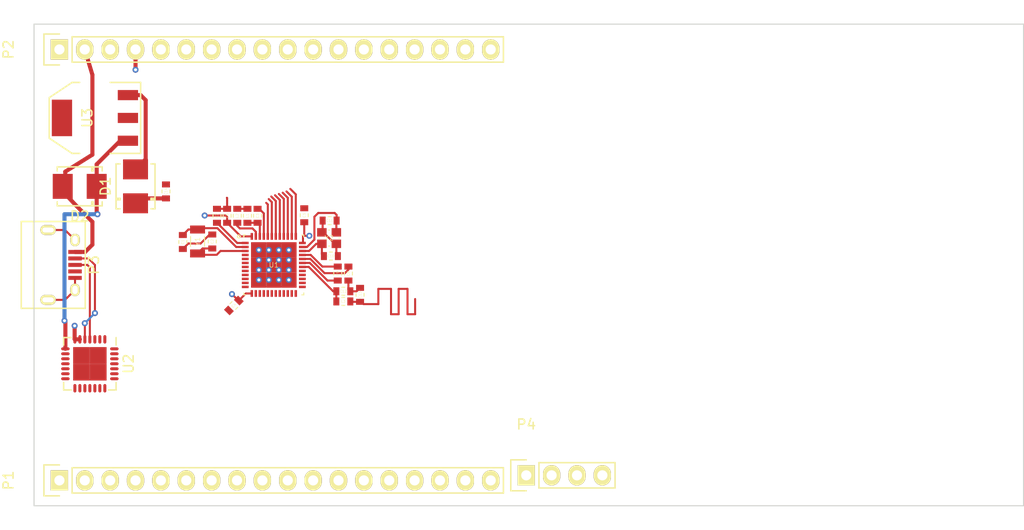
<source format=kicad_pcb>
(kicad_pcb (version 4) (host pcbnew 4.0.2-stable)

  (general
    (links 126)
    (no_connects 68)
    (area 25.349999 25.349999 124.510001 73.710001)
    (thickness 1.6)
    (drawings 4)
    (tracks 182)
    (zones 0)
    (modules 28)
    (nets 72)
  )

  (page A4)
  (layers
    (0 F.Cu signal)
    (31 B.Cu signal)
    (32 B.Adhes user)
    (33 F.Adhes user)
    (34 B.Paste user)
    (35 F.Paste user)
    (36 B.SilkS user)
    (37 F.SilkS user)
    (38 B.Mask user)
    (39 F.Mask user)
    (40 Dwgs.User user)
    (41 Cmts.User user)
    (42 Eco1.User user)
    (43 Eco2.User user)
    (44 Edge.Cuts user)
    (45 Margin user)
    (46 B.CrtYd user)
    (47 F.CrtYd user)
    (48 B.Fab user)
    (49 F.Fab user)
  )

  (setup
    (last_trace_width 0.2032)
    (trace_clearance 0.0762)
    (zone_clearance 0.508)
    (zone_45_only yes)
    (trace_min 0.2032)
    (segment_width 0.2)
    (edge_width 0.1)
    (via_size 0.6)
    (via_drill 0.3)
    (via_min_size 0.6)
    (via_min_drill 0.3)
    (uvia_size 0.3)
    (uvia_drill 0.1)
    (uvias_allowed no)
    (uvia_min_size 0)
    (uvia_min_drill 0)
    (pcb_text_width 0.3)
    (pcb_text_size 1.5 1.5)
    (mod_edge_width 0.15)
    (mod_text_size 1 1)
    (mod_text_width 0.15)
    (pad_size 1.5 1.5)
    (pad_drill 0.6)
    (pad_to_mask_clearance 0)
    (aux_axis_origin 0 0)
    (visible_elements 7FFFFFFF)
    (pcbplotparams
      (layerselection 0x00030_ffffffff)
      (usegerberextensions false)
      (excludeedgelayer true)
      (linewidth 0.100000)
      (plotframeref false)
      (viasonmask false)
      (mode 1)
      (useauxorigin false)
      (hpglpennumber 1)
      (hpglpenspeed 20)
      (hpglpendiameter 15)
      (hpglpenoverlay 2)
      (psnegative false)
      (psa4output false)
      (plotreference true)
      (plotvalue true)
      (plotinvisibletext false)
      (padsonsilk false)
      (subtractmaskfromsilk false)
      (outputformat 1)
      (mirror false)
      (drillshape 1)
      (scaleselection 1)
      (outputdirectory ""))
  )

  (net 0 "")
  (net 1 GND)
  (net 2 XL1)
  (net 3 XL2)
  (net 4 "Net-(C3-Pad1)")
  (net 5 "Net-(C7-Pad1)")
  (net 6 "Net-(C8-Pad1)")
  (net 7 "Net-(C9-Pad1)")
  (net 8 XC1)
  (net 9 XC2)
  (net 10 "Net-(C12-Pad1)")
  (net 11 /ANTENNA)
  (net 12 "Net-(D1-Pad2)")
  (net 13 5V_IN)
  (net 14 +5V)
  (net 15 "Net-(L1-Pad1)")
  (net 16 "Net-(L2-Pad1)")
  (net 17 P0.19)
  (net 18 P0.18)
  (net 19 P0.17)
  (net 20 P0.16)
  (net 21 P0.15)
  (net 22 P0.14)
  (net 23 P0.13)
  (net 24 P0.12)
  (net 25 P0.11)
  (net 26 P0.08)
  (net 27 P0.07)
  (net 28 P0.06)
  (net 29 P0.05)
  (net 30 P0.04)
  (net 31 P0.03)
  (net 32 P0.02)
  (net 33 P0.31)
  (net 34 P0.30)
  (net 35 P0.29)
  (net 36 P0.28)
  (net 37 P0.27)
  (net 38 P0.26)
  (net 39 P0.25)
  (net 40 P0.24)
  (net 41 P0.23)
  (net 42 P0.22)
  (net 43 SWDIO)
  (net 44 SWDCLK)
  (net 45 P0.21)
  (net 46 P0.20)
  (net 47 USB_D-)
  (net 48 USB_D+)
  (net 49 "Net-(P3-Pad4)")
  (net 50 "Net-(U1-Pad11)")
  (net 51 "Net-(U1-Pad12)")
  (net 52 "Net-(U1-Pad44)")
  (net 53 "Net-(U2-Pad1)")
  (net 54 "Net-(U2-Pad2)")
  (net 55 "Net-(U2-Pad9)")
  (net 56 "Net-(U2-Pad10)")
  (net 57 "Net-(U2-Pad11)")
  (net 58 "Net-(U2-Pad12)")
  (net 59 "Net-(U2-Pad13)")
  (net 60 "Net-(U2-Pad14)")
  (net 61 "Net-(U2-Pad15)")
  (net 62 "Net-(U2-Pad16)")
  (net 63 "Net-(U2-Pad17)")
  (net 64 "Net-(U2-Pad18)")
  (net 65 "Net-(U2-Pad19)")
  (net 66 "Net-(U2-Pad20)")
  (net 67 "Net-(U2-Pad21)")
  (net 68 "Net-(U2-Pad22)")
  (net 69 "Net-(U2-Pad27)")
  (net 70 "Net-(U2-Pad28)")
  (net 71 +3V3)

  (net_class Default "This is the default net class."
    (clearance 0.0762)
    (trace_width 0.2032)
    (via_dia 0.6)
    (via_drill 0.3)
    (uvia_dia 0.3)
    (uvia_drill 0.1)
    (add_net /ANTENNA)
    (add_net GND)
    (add_net "Net-(C12-Pad1)")
    (add_net "Net-(C3-Pad1)")
    (add_net "Net-(C7-Pad1)")
    (add_net "Net-(C8-Pad1)")
    (add_net "Net-(C9-Pad1)")
    (add_net "Net-(L1-Pad1)")
    (add_net "Net-(L2-Pad1)")
    (add_net "Net-(P3-Pad4)")
    (add_net "Net-(U1-Pad11)")
    (add_net "Net-(U1-Pad12)")
    (add_net "Net-(U1-Pad44)")
    (add_net "Net-(U2-Pad1)")
    (add_net "Net-(U2-Pad10)")
    (add_net "Net-(U2-Pad11)")
    (add_net "Net-(U2-Pad12)")
    (add_net "Net-(U2-Pad13)")
    (add_net "Net-(U2-Pad14)")
    (add_net "Net-(U2-Pad15)")
    (add_net "Net-(U2-Pad16)")
    (add_net "Net-(U2-Pad17)")
    (add_net "Net-(U2-Pad18)")
    (add_net "Net-(U2-Pad19)")
    (add_net "Net-(U2-Pad2)")
    (add_net "Net-(U2-Pad20)")
    (add_net "Net-(U2-Pad21)")
    (add_net "Net-(U2-Pad22)")
    (add_net "Net-(U2-Pad27)")
    (add_net "Net-(U2-Pad28)")
    (add_net "Net-(U2-Pad9)")
    (add_net P0.02)
    (add_net P0.03)
    (add_net P0.04)
    (add_net P0.05)
    (add_net P0.06)
    (add_net P0.07)
    (add_net P0.08)
    (add_net P0.11)
    (add_net P0.12)
    (add_net P0.13)
    (add_net P0.14)
    (add_net P0.15)
    (add_net P0.16)
    (add_net P0.17)
    (add_net P0.18)
    (add_net P0.19)
    (add_net P0.20)
    (add_net P0.21)
    (add_net P0.22)
    (add_net P0.23)
    (add_net P0.24)
    (add_net P0.25)
    (add_net P0.26)
    (add_net P0.27)
    (add_net P0.28)
    (add_net P0.29)
    (add_net P0.30)
    (add_net P0.31)
    (add_net SWDCLK)
    (add_net SWDIO)
    (add_net USB_D+)
    (add_net USB_D-)
    (add_net XC1)
    (add_net XC2)
    (add_net XL1)
    (add_net XL2)
  )

  (net_class Power ""
    (clearance 0.0762)
    (trace_width 0.4064)
    (via_dia 0.6)
    (via_drill 0.3)
    (uvia_dia 0.3)
    (uvia_drill 0.1)
    (add_net +3V3)
    (add_net +5V)
    (add_net 5V_IN)
    (add_net "Net-(D1-Pad2)")
  )

  (module Diodes_SMD:DO-214BA placed (layer F.Cu) (tedit 54DF7BCF) (tstamp 575D7246)
    (at 35.56 41.656 90)
    (descr "Microsemi LSM115J")
    (tags "DO-214BA diode")
    (path /5759A58F)
    (attr smd)
    (fp_text reference D1 (at 0 -3 90) (layer F.SilkS)
      (effects (font (size 1 1) (thickness 0.15)))
    )
    (fp_text value D (at 0 3 90) (layer F.Fab)
      (effects (font (size 1 1) (thickness 0.15)))
    )
    (fp_line (start -3 -2.25) (end 3 -2.25) (layer F.CrtYd) (width 0.05))
    (fp_line (start 3 -2.25) (end 3 2.25) (layer F.CrtYd) (width 0.05))
    (fp_line (start 3 2.25) (end -3 2.25) (layer F.CrtYd) (width 0.05))
    (fp_line (start -3 2.25) (end -3 -2.25) (layer F.CrtYd) (width 0.05))
    (fp_line (start -2.25 -1.95) (end -2.25 -1.55) (layer F.SilkS) (width 0.15))
    (fp_line (start -2.25 1.95) (end -2.25 1.55) (layer F.SilkS) (width 0.15))
    (fp_line (start 2.25 1.95) (end 2.25 1.55) (layer F.SilkS) (width 0.15))
    (fp_line (start 2.25 -1.95) (end 2.25 -1.55) (layer F.SilkS) (width 0.15))
    (fp_line (start -1.35 1.95) (end -1.35 1.55) (layer F.SilkS) (width 0.15))
    (fp_line (start -1.35 1.55) (end -1.2 1.55) (layer F.SilkS) (width 0.15))
    (fp_line (start -1.2 1.55) (end -1.2 1.95) (layer F.SilkS) (width 0.15))
    (fp_line (start -1.35 -1.95) (end -1.35 -1.55) (layer F.SilkS) (width 0.15))
    (fp_line (start -1.35 -1.55) (end -1.2 -1.55) (layer F.SilkS) (width 0.15))
    (fp_line (start -1.2 -1.55) (end -1.2 -1.95) (layer F.SilkS) (width 0.15))
    (fp_line (start -2.25 -1.95) (end 2.25 -1.95) (layer F.SilkS) (width 0.15))
    (fp_line (start 2.25 1.95) (end -2.25 1.95) (layer F.SilkS) (width 0.15))
    (pad 2 smd rect (at 1.7 0 90) (size 2 2.5) (layers F.Cu F.Paste F.Mask)
      (net 12 "Net-(D1-Pad2)"))
    (pad 1 smd rect (at -1.7 0 90) (size 2 2.5) (layers F.Cu F.Paste F.Mask)
      (net 71 +3V3))
  )

  (module Diodes_SMD:DO-214BA placed (layer F.Cu) (tedit 54DF7BCF) (tstamp 575D724C)
    (at 29.972 41.656 180)
    (descr "Microsemi LSM115J")
    (tags "DO-214BA diode")
    (path /575C7A80)
    (attr smd)
    (fp_text reference D2 (at 0 -3 180) (layer F.SilkS)
      (effects (font (size 1 1) (thickness 0.15)))
    )
    (fp_text value D (at 0 3 180) (layer F.Fab)
      (effects (font (size 1 1) (thickness 0.15)))
    )
    (fp_line (start -3 -2.25) (end 3 -2.25) (layer F.CrtYd) (width 0.05))
    (fp_line (start 3 -2.25) (end 3 2.25) (layer F.CrtYd) (width 0.05))
    (fp_line (start 3 2.25) (end -3 2.25) (layer F.CrtYd) (width 0.05))
    (fp_line (start -3 2.25) (end -3 -2.25) (layer F.CrtYd) (width 0.05))
    (fp_line (start -2.25 -1.95) (end -2.25 -1.55) (layer F.SilkS) (width 0.15))
    (fp_line (start -2.25 1.95) (end -2.25 1.55) (layer F.SilkS) (width 0.15))
    (fp_line (start 2.25 1.95) (end 2.25 1.55) (layer F.SilkS) (width 0.15))
    (fp_line (start 2.25 -1.95) (end 2.25 -1.55) (layer F.SilkS) (width 0.15))
    (fp_line (start -1.35 1.95) (end -1.35 1.55) (layer F.SilkS) (width 0.15))
    (fp_line (start -1.35 1.55) (end -1.2 1.55) (layer F.SilkS) (width 0.15))
    (fp_line (start -1.2 1.55) (end -1.2 1.95) (layer F.SilkS) (width 0.15))
    (fp_line (start -1.35 -1.95) (end -1.35 -1.55) (layer F.SilkS) (width 0.15))
    (fp_line (start -1.35 -1.55) (end -1.2 -1.55) (layer F.SilkS) (width 0.15))
    (fp_line (start -1.2 -1.55) (end -1.2 -1.95) (layer F.SilkS) (width 0.15))
    (fp_line (start -2.25 -1.95) (end 2.25 -1.95) (layer F.SilkS) (width 0.15))
    (fp_line (start 2.25 1.95) (end -2.25 1.95) (layer F.SilkS) (width 0.15))
    (pad 2 smd rect (at 1.7 0 180) (size 2 2.5) (layers F.Cu F.Paste F.Mask)
      (net 13 5V_IN))
    (pad 1 smd rect (at -1.7 0 180) (size 2 2.5) (layers F.Cu F.Paste F.Mask)
      (net 14 +5V))
  )

  (module RuuviTag:0603_IND placed (layer F.Cu) (tedit 5691107A) (tstamp 575D7258)
    (at 45.7454 44.6024 90)
    (tags 0603)
    (path /575890C7)
    (attr smd)
    (fp_text reference L2 (at 0 0 90) (layer F.SilkS)
      (effects (font (size 0.25 0.25) (thickness 0.025)))
    )
    (fp_text value 10u (at 0 0 90) (layer F.Fab)
      (effects (font (size 0.25 0.25) (thickness 0.025)))
    )
    (fp_line (start -0.15 0.4) (end 0.15 0.4) (layer F.SilkS) (width 0.1))
    (fp_line (start -0.15 -0.4) (end 0.15 -0.4) (layer F.SilkS) (width 0.1))
    (pad 1 smd rect (at -0.7 0 90) (size 0.6 0.8) (layers F.Cu F.Paste F.Mask)
      (net 16 "Net-(L2-Pad1)"))
    (pad 2 smd rect (at 0.7 0 90) (size 0.6 0.8) (layers F.Cu F.Paste F.Mask)
      (net 15 "Net-(L1-Pad1)"))
    (model Diodes_SMD.3dshapes/SMA_Standard.wrl
      (at (xyz 0 0 0))
      (scale (xyz 0.12 0.12 0.12))
      (rotate (xyz 0 0 0))
    )
  )

  (module Pin_Headers:Pin_Header_Straight_1x18 (layer F.Cu) (tedit 0) (tstamp 575D7274)
    (at 27.94 71.12 90)
    (descr "Through hole pin header")
    (tags "pin header")
    (path /57597D15)
    (fp_text reference P1 (at 0 -5.1 90) (layer F.SilkS)
      (effects (font (size 1 1) (thickness 0.15)))
    )
    (fp_text value CONN_01X18 (at 0 -3.1 90) (layer F.Fab)
      (effects (font (size 1 1) (thickness 0.15)))
    )
    (fp_line (start -1.75 -1.75) (end -1.75 44.95) (layer F.CrtYd) (width 0.05))
    (fp_line (start 1.75 -1.75) (end 1.75 44.95) (layer F.CrtYd) (width 0.05))
    (fp_line (start -1.75 -1.75) (end 1.75 -1.75) (layer F.CrtYd) (width 0.05))
    (fp_line (start -1.75 44.95) (end 1.75 44.95) (layer F.CrtYd) (width 0.05))
    (fp_line (start 1.27 1.27) (end 1.27 44.45) (layer F.SilkS) (width 0.15))
    (fp_line (start 1.27 44.45) (end -1.27 44.45) (layer F.SilkS) (width 0.15))
    (fp_line (start -1.27 44.45) (end -1.27 1.27) (layer F.SilkS) (width 0.15))
    (fp_line (start 1.55 -1.55) (end 1.55 0) (layer F.SilkS) (width 0.15))
    (fp_line (start 1.27 1.27) (end -1.27 1.27) (layer F.SilkS) (width 0.15))
    (fp_line (start -1.55 0) (end -1.55 -1.55) (layer F.SilkS) (width 0.15))
    (fp_line (start -1.55 -1.55) (end 1.55 -1.55) (layer F.SilkS) (width 0.15))
    (pad 1 thru_hole rect (at 0 0 90) (size 2.032 1.7272) (drill 1.016) (layers *.Cu *.Mask F.SilkS)
      (net 32 P0.02))
    (pad 2 thru_hole oval (at 0 2.54 90) (size 2.032 1.7272) (drill 1.016) (layers *.Cu *.Mask F.SilkS)
      (net 31 P0.03))
    (pad 3 thru_hole oval (at 0 5.08 90) (size 2.032 1.7272) (drill 1.016) (layers *.Cu *.Mask F.SilkS)
      (net 30 P0.04))
    (pad 4 thru_hole oval (at 0 7.62 90) (size 2.032 1.7272) (drill 1.016) (layers *.Cu *.Mask F.SilkS)
      (net 29 P0.05))
    (pad 5 thru_hole oval (at 0 10.16 90) (size 2.032 1.7272) (drill 1.016) (layers *.Cu *.Mask F.SilkS)
      (net 28 P0.06))
    (pad 6 thru_hole oval (at 0 12.7 90) (size 2.032 1.7272) (drill 1.016) (layers *.Cu *.Mask F.SilkS)
      (net 27 P0.07))
    (pad 7 thru_hole oval (at 0 15.24 90) (size 2.032 1.7272) (drill 1.016) (layers *.Cu *.Mask F.SilkS)
      (net 26 P0.08))
    (pad 8 thru_hole oval (at 0 17.78 90) (size 2.032 1.7272) (drill 1.016) (layers *.Cu *.Mask F.SilkS)
      (net 25 P0.11))
    (pad 9 thru_hole oval (at 0 20.32 90) (size 2.032 1.7272) (drill 1.016) (layers *.Cu *.Mask F.SilkS)
      (net 24 P0.12))
    (pad 10 thru_hole oval (at 0 22.86 90) (size 2.032 1.7272) (drill 1.016) (layers *.Cu *.Mask F.SilkS)
      (net 23 P0.13))
    (pad 11 thru_hole oval (at 0 25.4 90) (size 2.032 1.7272) (drill 1.016) (layers *.Cu *.Mask F.SilkS)
      (net 22 P0.14))
    (pad 12 thru_hole oval (at 0 27.94 90) (size 2.032 1.7272) (drill 1.016) (layers *.Cu *.Mask F.SilkS)
      (net 21 P0.15))
    (pad 13 thru_hole oval (at 0 30.48 90) (size 2.032 1.7272) (drill 1.016) (layers *.Cu *.Mask F.SilkS)
      (net 20 P0.16))
    (pad 14 thru_hole oval (at 0 33.02 90) (size 2.032 1.7272) (drill 1.016) (layers *.Cu *.Mask F.SilkS)
      (net 19 P0.17))
    (pad 15 thru_hole oval (at 0 35.56 90) (size 2.032 1.7272) (drill 1.016) (layers *.Cu *.Mask F.SilkS)
      (net 18 P0.18))
    (pad 16 thru_hole oval (at 0 38.1 90) (size 2.032 1.7272) (drill 1.016) (layers *.Cu *.Mask F.SilkS)
      (net 17 P0.19))
    (pad 17 thru_hole oval (at 0 40.64 90) (size 2.032 1.7272) (drill 1.016) (layers *.Cu *.Mask F.SilkS)
      (net 71 +3V3))
    (pad 18 thru_hole oval (at 0 43.18 90) (size 2.032 1.7272) (drill 1.016) (layers *.Cu *.Mask F.SilkS)
      (net 1 GND))
    (model Pin_Headers.3dshapes/Pin_Header_Straight_1x18.wrl
      (at (xyz 0 -0.85 0))
      (scale (xyz 1 1 1))
      (rotate (xyz 0 0 90))
    )
  )

  (module Pin_Headers:Pin_Header_Straight_1x18 (layer F.Cu) (tedit 0) (tstamp 575D728A)
    (at 27.94 27.94 90)
    (descr "Through hole pin header")
    (tags "pin header")
    (path /57597D87)
    (fp_text reference P2 (at 0 -5.1 90) (layer F.SilkS)
      (effects (font (size 1 1) (thickness 0.15)))
    )
    (fp_text value CONN_01X18 (at 0 -3.1 90) (layer F.Fab)
      (effects (font (size 1 1) (thickness 0.15)))
    )
    (fp_line (start -1.75 -1.75) (end -1.75 44.95) (layer F.CrtYd) (width 0.05))
    (fp_line (start 1.75 -1.75) (end 1.75 44.95) (layer F.CrtYd) (width 0.05))
    (fp_line (start -1.75 -1.75) (end 1.75 -1.75) (layer F.CrtYd) (width 0.05))
    (fp_line (start -1.75 44.95) (end 1.75 44.95) (layer F.CrtYd) (width 0.05))
    (fp_line (start 1.27 1.27) (end 1.27 44.45) (layer F.SilkS) (width 0.15))
    (fp_line (start 1.27 44.45) (end -1.27 44.45) (layer F.SilkS) (width 0.15))
    (fp_line (start -1.27 44.45) (end -1.27 1.27) (layer F.SilkS) (width 0.15))
    (fp_line (start 1.55 -1.55) (end 1.55 0) (layer F.SilkS) (width 0.15))
    (fp_line (start 1.27 1.27) (end -1.27 1.27) (layer F.SilkS) (width 0.15))
    (fp_line (start -1.55 0) (end -1.55 -1.55) (layer F.SilkS) (width 0.15))
    (fp_line (start -1.55 -1.55) (end 1.55 -1.55) (layer F.SilkS) (width 0.15))
    (pad 1 thru_hole rect (at 0 0 90) (size 2.032 1.7272) (drill 1.016) (layers *.Cu *.Mask F.SilkS)
      (net 1 GND))
    (pad 2 thru_hole oval (at 0 2.54 90) (size 2.032 1.7272) (drill 1.016) (layers *.Cu *.Mask F.SilkS)
      (net 13 5V_IN))
    (pad 3 thru_hole oval (at 0 5.08 90) (size 2.032 1.7272) (drill 1.016) (layers *.Cu *.Mask F.SilkS)
      (net 1 GND))
    (pad 4 thru_hole oval (at 0 7.62 90) (size 2.032 1.7272) (drill 1.016) (layers *.Cu *.Mask F.SilkS)
      (net 71 +3V3))
    (pad 5 thru_hole oval (at 0 10.16 90) (size 2.032 1.7272) (drill 1.016) (layers *.Cu *.Mask F.SilkS)
      (net 33 P0.31))
    (pad 6 thru_hole oval (at 0 12.7 90) (size 2.032 1.7272) (drill 1.016) (layers *.Cu *.Mask F.SilkS)
      (net 34 P0.30))
    (pad 7 thru_hole oval (at 0 15.24 90) (size 2.032 1.7272) (drill 1.016) (layers *.Cu *.Mask F.SilkS)
      (net 35 P0.29))
    (pad 8 thru_hole oval (at 0 17.78 90) (size 2.032 1.7272) (drill 1.016) (layers *.Cu *.Mask F.SilkS)
      (net 36 P0.28))
    (pad 9 thru_hole oval (at 0 20.32 90) (size 2.032 1.7272) (drill 1.016) (layers *.Cu *.Mask F.SilkS)
      (net 37 P0.27))
    (pad 10 thru_hole oval (at 0 22.86 90) (size 2.032 1.7272) (drill 1.016) (layers *.Cu *.Mask F.SilkS)
      (net 38 P0.26))
    (pad 11 thru_hole oval (at 0 25.4 90) (size 2.032 1.7272) (drill 1.016) (layers *.Cu *.Mask F.SilkS)
      (net 39 P0.25))
    (pad 12 thru_hole oval (at 0 27.94 90) (size 2.032 1.7272) (drill 1.016) (layers *.Cu *.Mask F.SilkS)
      (net 40 P0.24))
    (pad 13 thru_hole oval (at 0 30.48 90) (size 2.032 1.7272) (drill 1.016) (layers *.Cu *.Mask F.SilkS)
      (net 41 P0.23))
    (pad 14 thru_hole oval (at 0 33.02 90) (size 2.032 1.7272) (drill 1.016) (layers *.Cu *.Mask F.SilkS)
      (net 42 P0.22))
    (pad 15 thru_hole oval (at 0 35.56 90) (size 2.032 1.7272) (drill 1.016) (layers *.Cu *.Mask F.SilkS)
      (net 43 SWDIO))
    (pad 16 thru_hole oval (at 0 38.1 90) (size 2.032 1.7272) (drill 1.016) (layers *.Cu *.Mask F.SilkS)
      (net 44 SWDCLK))
    (pad 17 thru_hole oval (at 0 40.64 90) (size 2.032 1.7272) (drill 1.016) (layers *.Cu *.Mask F.SilkS)
      (net 45 P0.21))
    (pad 18 thru_hole oval (at 0 43.18 90) (size 2.032 1.7272) (drill 1.016) (layers *.Cu *.Mask F.SilkS)
      (net 46 P0.20))
    (model Pin_Headers.3dshapes/Pin_Header_Straight_1x18.wrl
      (at (xyz 0 -0.85 0))
      (scale (xyz 1 1 1))
      (rotate (xyz 0 0 90))
    )
  )

  (module Connect:USB_Micro-B locked placed (layer F.Cu) (tedit 5543E447) (tstamp 575D7297)
    (at 27.94 49.53 270)
    (descr "Micro USB Type B Receptacle")
    (tags "USB USB_B USB_micro USB_OTG")
    (path /57599615)
    (attr smd)
    (fp_text reference P3 (at 0 -3.45 270) (layer F.SilkS)
      (effects (font (size 1 1) (thickness 0.15)))
    )
    (fp_text value USB_OTG (at 0 4.8 270) (layer F.Fab)
      (effects (font (size 1 1) (thickness 0.15)))
    )
    (fp_line (start -4.6 -2.8) (end 4.6 -2.8) (layer F.CrtYd) (width 0.05))
    (fp_line (start 4.6 -2.8) (end 4.6 4.05) (layer F.CrtYd) (width 0.05))
    (fp_line (start 4.6 4.05) (end -4.6 4.05) (layer F.CrtYd) (width 0.05))
    (fp_line (start -4.6 4.05) (end -4.6 -2.8) (layer F.CrtYd) (width 0.05))
    (fp_line (start -4.3509 3.81746) (end 4.3491 3.81746) (layer F.SilkS) (width 0.15))
    (fp_line (start -4.3509 -2.58754) (end 4.3491 -2.58754) (layer F.SilkS) (width 0.15))
    (fp_line (start 4.3491 -2.58754) (end 4.3491 3.81746) (layer F.SilkS) (width 0.15))
    (fp_line (start 4.3491 2.58746) (end -4.3509 2.58746) (layer F.SilkS) (width 0.15))
    (fp_line (start -4.3509 3.81746) (end -4.3509 -2.58754) (layer F.SilkS) (width 0.15))
    (pad 1 smd rect (at -1.3009 -1.56254) (size 1.35 0.4) (layers F.Cu F.Paste F.Mask)
      (net 13 5V_IN))
    (pad 2 smd rect (at -0.6509 -1.56254) (size 1.35 0.4) (layers F.Cu F.Paste F.Mask)
      (net 47 USB_D-))
    (pad 3 smd rect (at -0.0009 -1.56254) (size 1.35 0.4) (layers F.Cu F.Paste F.Mask)
      (net 48 USB_D+))
    (pad 4 smd rect (at 0.6491 -1.56254) (size 1.35 0.4) (layers F.Cu F.Paste F.Mask)
      (net 49 "Net-(P3-Pad4)"))
    (pad 5 smd rect (at 1.2991 -1.56254) (size 1.35 0.4) (layers F.Cu F.Paste F.Mask)
      (net 1 GND))
    (pad 6 thru_hole oval (at -2.5009 -1.56254) (size 0.95 1.25) (drill oval 0.55 0.85) (layers *.Cu *.Mask F.SilkS)
      (net 1 GND))
    (pad 6 thru_hole oval (at 2.4991 -1.56254) (size 0.95 1.25) (drill oval 0.55 0.85) (layers *.Cu *.Mask F.SilkS)
      (net 1 GND))
    (pad 6 thru_hole oval (at -3.5009 1.13746) (size 1.55 1) (drill oval 1.15 0.5) (layers *.Cu *.Mask F.SilkS)
      (net 1 GND))
    (pad 6 thru_hole oval (at 3.4991 1.13746) (size 1.55 1) (drill oval 1.15 0.5) (layers *.Cu *.Mask F.SilkS)
      (net 1 GND))
  )

  (module RuuviTag:QFN-48_6X6MM_BOTPAD locked placed (layer F.Cu) (tedit 56986E9A) (tstamp 575D72E4)
    (at 49.403 49.53)
    (path /57587DA5)
    (solder_mask_margin 0.08)
    (solder_paste_margin -0.01)
    (attr smd)
    (fp_text reference U1 (at 0 0) (layer F.SilkS)
      (effects (font (size 0.5 0.5) (thickness 0.05)))
    )
    (fp_text value nRF52832 (at 0 0) (layer F.Fab)
      (effects (font (size 0.5 0.5) (thickness 0.05)))
    )
    (fp_circle (center -3.5 -2.85) (end -3.35 -2.85) (layer F.SilkS) (width 0.1))
    (fp_line (start -3 -3) (end -2.8 -3) (layer F.SilkS) (width 0.1))
    (fp_line (start -3 -3) (end -3 -2.8) (layer F.SilkS) (width 0.1))
    (fp_line (start -3 -3) (end -3 -2.8) (layer F.SilkS) (width 0.1))
    (fp_line (start 3 -3) (end 3 -2.8) (layer F.SilkS) (width 0.1))
    (fp_line (start 3 -3) (end 2.8 -3) (layer F.SilkS) (width 0.1))
    (fp_line (start 3 3) (end 2.8 3) (layer F.SilkS) (width 0.1))
    (fp_line (start 3 3) (end 3 2.8) (layer F.SilkS) (width 0.1))
    (fp_line (start -3 3) (end -2.8 3) (layer F.SilkS) (width 0.1))
    (fp_line (start -3 2.8) (end -3 3) (layer F.SilkS) (width 0.1))
    (pad 49 smd rect (at 0 1.52) (size 1.52 1.52) (layers F.Cu F.Paste F.Mask)
      (net 1 GND) (solder_paste_margin -0.25) (zone_connect 0))
    (pad 49 smd rect (at 1.52 0) (size 1.52 1.52) (layers F.Cu F.Paste F.Mask)
      (net 1 GND) (solder_paste_margin -0.25) (zone_connect 0))
    (pad 49 smd rect (at -1.52 0) (size 1.52 1.52) (layers F.Cu F.Paste F.Mask)
      (net 1 GND) (solder_paste_margin -0.25) (zone_connect 0))
    (pad 49 smd rect (at 0 0) (size 1.52 1.52) (layers F.Cu F.Paste F.Mask)
      (net 1 GND) (solder_paste_margin -0.25))
    (pad 49 smd rect (at 0 -1.52) (size 1.52 1.52) (layers F.Cu F.Paste F.Mask)
      (net 1 GND) (solder_paste_margin -0.25) (zone_connect 0))
    (pad 1 smd rect (at -2.86 -2.2 90) (size 0.25 0.68) (layers F.Cu F.Paste F.Mask)
      (net 5 "Net-(C7-Pad1)"))
    (pad 2 smd rect (at -2.86 -1.8 90) (size 0.25 0.68) (layers F.Cu F.Paste F.Mask)
      (net 2 XL1))
    (pad 3 smd rect (at -2.86 -1.4 90) (size 0.25 0.68) (layers F.Cu F.Paste F.Mask)
      (net 3 XL2))
    (pad 4 smd rect (at -2.86 -1 90) (size 0.25 0.68) (layers F.Cu F.Paste F.Mask)
      (net 32 P0.02))
    (pad 5 smd rect (at -2.86 -0.6 90) (size 0.25 0.68) (layers F.Cu F.Paste F.Mask)
      (net 31 P0.03))
    (pad 6 smd rect (at -2.86 -0.2 90) (size 0.25 0.68) (layers F.Cu F.Paste F.Mask)
      (net 30 P0.04))
    (pad 7 smd rect (at -2.86 0.2 90) (size 0.25 0.68) (layers F.Cu F.Paste F.Mask)
      (net 29 P0.05))
    (pad 8 smd rect (at -2.86 0.6 90) (size 0.25 0.68) (layers F.Cu F.Paste F.Mask)
      (net 28 P0.06))
    (pad 9 smd rect (at -2.86 1 90) (size 0.25 0.68) (layers F.Cu F.Paste F.Mask)
      (net 27 P0.07))
    (pad 10 smd rect (at -2.86 1.4 90) (size 0.25 0.68) (layers F.Cu F.Paste F.Mask)
      (net 26 P0.08))
    (pad 11 smd rect (at -2.86 1.8 90) (size 0.25 0.68) (layers F.Cu F.Paste F.Mask)
      (net 50 "Net-(U1-Pad11)"))
    (pad 12 smd rect (at -2.86 2.2 90) (size 0.25 0.68) (layers F.Cu F.Paste F.Mask)
      (net 51 "Net-(U1-Pad12)"))
    (pad 13 smd rect (at -2.2 2.86) (size 0.25 0.68) (layers F.Cu F.Paste F.Mask)
      (net 71 +3V3))
    (pad 14 smd rect (at -1.8 2.86) (size 0.25 0.68) (layers F.Cu F.Paste F.Mask)
      (net 25 P0.11))
    (pad 15 smd rect (at -1.4 2.86) (size 0.25 0.68) (layers F.Cu F.Paste F.Mask)
      (net 24 P0.12))
    (pad 16 smd rect (at -1 2.86) (size 0.25 0.68) (layers F.Cu F.Paste F.Mask)
      (net 23 P0.13))
    (pad 17 smd rect (at -0.6 2.86) (size 0.25 0.68) (layers F.Cu F.Paste F.Mask)
      (net 22 P0.14))
    (pad 18 smd rect (at -0.2 2.86) (size 0.25 0.68) (layers F.Cu F.Paste F.Mask)
      (net 21 P0.15))
    (pad 19 smd rect (at 0.2 2.86) (size 0.25 0.68) (layers F.Cu F.Paste F.Mask)
      (net 20 P0.16))
    (pad 20 smd rect (at 0.6 2.86) (size 0.25 0.68) (layers F.Cu F.Paste F.Mask)
      (net 19 P0.17))
    (pad 21 smd rect (at 1 2.86) (size 0.25 0.68) (layers F.Cu F.Paste F.Mask)
      (net 18 P0.18))
    (pad 22 smd rect (at 1.4 2.86) (size 0.25 0.68) (layers F.Cu F.Paste F.Mask)
      (net 17 P0.19))
    (pad 23 smd rect (at 1.8 2.86) (size 0.25 0.68) (layers F.Cu F.Paste F.Mask)
      (net 46 P0.20))
    (pad 24 smd rect (at 2.2 2.86) (size 0.25 0.68) (layers F.Cu F.Paste F.Mask)
      (net 45 P0.21))
    (pad 25 smd rect (at 2.86 2.2 90) (size 0.25 0.68) (layers F.Cu F.Paste F.Mask)
      (net 44 SWDCLK))
    (pad 26 smd rect (at 2.86 1.8 90) (size 0.25 0.68) (layers F.Cu F.Paste F.Mask)
      (net 43 SWDIO))
    (pad 27 smd rect (at 2.86 1.4 90) (size 0.25 0.68) (layers F.Cu F.Paste F.Mask)
      (net 42 P0.22))
    (pad 28 smd rect (at 2.86 1 90) (size 0.25 0.68) (layers F.Cu F.Paste F.Mask)
      (net 41 P0.23))
    (pad 29 smd rect (at 2.86 0.6 90) (size 0.25 0.68) (layers F.Cu F.Paste F.Mask)
      (net 40 P0.24))
    (pad 30 smd rect (at 2.86 0.2 90) (size 0.25 0.68) (layers F.Cu F.Paste F.Mask)
      (net 10 "Net-(C12-Pad1)"))
    (pad 31 smd rect (at 2.86 -0.2 90) (size 0.25 0.68) (layers F.Cu F.Paste F.Mask)
      (net 1 GND))
    (pad 32 smd rect (at 2.86 -0.6 90) (size 0.25 0.68) (layers F.Cu F.Paste F.Mask)
      (net 6 "Net-(C8-Pad1)"))
    (pad 33 smd rect (at 2.86 -1 90) (size 0.25 0.68) (layers F.Cu F.Paste F.Mask)
      (net 7 "Net-(C9-Pad1)"))
    (pad 34 smd rect (at 2.86 -1.4 90) (size 0.25 0.68) (layers F.Cu F.Paste F.Mask)
      (net 8 XC1))
    (pad 35 smd rect (at 2.86 -1.8 90) (size 0.25 0.68) (layers F.Cu F.Paste F.Mask)
      (net 9 XC2))
    (pad 36 smd rect (at 2.86 -2.2 90) (size 0.25 0.68) (layers F.Cu F.Paste F.Mask)
      (net 71 +3V3))
    (pad 37 smd rect (at 2.2 -2.86) (size 0.25 0.68) (layers F.Cu F.Paste F.Mask)
      (net 39 P0.25))
    (pad 38 smd rect (at 1.8 -2.86) (size 0.25 0.68) (layers F.Cu F.Paste F.Mask)
      (net 38 P0.26))
    (pad 39 smd rect (at 1.4 -2.86) (size 0.25 0.68) (layers F.Cu F.Paste F.Mask)
      (net 37 P0.27))
    (pad 40 smd rect (at 1 -2.86) (size 0.25 0.68) (layers F.Cu F.Paste F.Mask)
      (net 36 P0.28))
    (pad 41 smd rect (at 0.6 -2.86) (size 0.25 0.68) (layers F.Cu F.Paste F.Mask)
      (net 35 P0.29))
    (pad 42 smd rect (at 0.2 -2.86) (size 0.25 0.68) (layers F.Cu F.Paste F.Mask)
      (net 34 P0.30))
    (pad 43 smd rect (at -0.2 -2.86) (size 0.25 0.68) (layers F.Cu F.Paste F.Mask)
      (net 33 P0.31))
    (pad 44 smd rect (at -0.6 -2.86) (size 0.25 0.68) (layers F.Cu F.Paste F.Mask)
      (net 52 "Net-(U1-Pad44)"))
    (pad 45 smd rect (at -1 -2.86) (size 0.25 0.68) (layers F.Cu F.Paste F.Mask)
      (net 1 GND))
    (pad 46 smd rect (at -1.4 -2.86) (size 0.25 0.68) (layers F.Cu F.Paste F.Mask)
      (net 4 "Net-(C3-Pad1)"))
    (pad 47 smd rect (at -1.8 -2.86) (size 0.25 0.68) (layers F.Cu F.Paste F.Mask)
      (net 16 "Net-(L2-Pad1)"))
    (pad 48 smd rect (at -2.2 -2.86) (size 0.25 0.68) (layers F.Cu F.Paste F.Mask)
      (net 71 +3V3))
    (pad 49 smd rect (at -1.52 -1.52) (size 1.52 1.52) (layers F.Cu F.Paste F.Mask)
      (net 1 GND) (solder_paste_margin -0.25) (zone_connect 0))
    (pad 49 smd rect (at 1.52 -1.52) (size 1.52 1.52) (layers F.Cu F.Paste F.Mask)
      (net 1 GND) (solder_paste_margin -0.25) (zone_connect 0))
    (pad 49 smd rect (at 1.52 1.52) (size 1.52 1.52) (layers F.Cu F.Paste F.Mask)
      (net 1 GND) (solder_paste_margin -0.25) (zone_connect 0))
    (pad 49 smd rect (at -1.52 1.52) (size 1.52 1.52) (layers F.Cu F.Paste F.Mask)
      (net 1 GND) (solder_paste_margin -0.25) (zone_connect 0))
    (pad 49 thru_hole circle (at -1.5 -1.5) (size 0.6 0.6) (drill 0.3) (layers *.Cu)
      (net 1 GND))
    (pad 49 thru_hole circle (at -0.5 -1.5) (size 0.6 0.6) (drill 0.3) (layers *.Cu)
      (net 1 GND))
    (pad 49 thru_hole circle (at 0.5 -1.5) (size 0.6 0.6) (drill 0.3) (layers *.Cu)
      (net 1 GND))
    (pad 49 thru_hole circle (at 1.5 -1.5) (size 0.6 0.6) (drill 0.3) (layers *.Cu)
      (net 1 GND))
    (pad 49 thru_hole circle (at -1.5 -0.5) (size 0.6 0.6) (drill 0.3) (layers *.Cu)
      (net 1 GND))
    (pad 49 thru_hole circle (at -0.5 -0.5) (size 0.6 0.6) (drill 0.3) (layers *.Cu)
      (net 1 GND))
    (pad 49 thru_hole circle (at 0.5 -0.5) (size 0.6 0.6) (drill 0.3) (layers *.Cu)
      (net 1 GND))
    (pad 49 thru_hole circle (at 1.5 -0.5) (size 0.6 0.6) (drill 0.3) (layers *.Cu)
      (net 1 GND))
    (pad 49 thru_hole circle (at -1.5 0.5) (size 0.6 0.6) (drill 0.3) (layers *.Cu)
      (net 1 GND))
    (pad 49 thru_hole circle (at -0.5 0.5) (size 0.6 0.6) (drill 0.3) (layers *.Cu)
      (net 1 GND))
    (pad 49 thru_hole circle (at 0.5 0.5) (size 0.6 0.6) (drill 0.3) (layers *.Cu)
      (net 1 GND))
    (pad 49 thru_hole circle (at 1.5 0.5) (size 0.6 0.6) (drill 0.3) (layers *.Cu)
      (net 1 GND))
    (pad 49 thru_hole circle (at -1.5 1.5) (size 0.6 0.6) (drill 0.3) (layers *.Cu)
      (net 1 GND))
    (pad 49 thru_hole circle (at -0.5 1.5) (size 0.6 0.6) (drill 0.3) (layers *.Cu)
      (net 1 GND))
    (pad 49 thru_hole circle (at 0.5 1.5) (size 0.6 0.6) (drill 0.3) (layers *.Cu)
      (net 1 GND))
    (pad 49 thru_hole circle (at 1.5 1.5) (size 0.6 0.6) (drill 0.3) (layers *.Cu)
      (net 1 GND))
    (model Housings_DFN_QFN.3dshapes/UQFN-48-1EP_6x6mm_Pitch0.4mm.wrl
      (at (xyz 0 0 0))
      (scale (xyz 1 1 1))
      (rotate (xyz 0 0 0))
    )
  )

  (module Housings_DFN_QFN:QFN-28-1EP_5x5mm_Pitch0.5mm placed (layer F.Cu) (tedit 54130A77) (tstamp 575D7308)
    (at 30.988 59.436 270)
    (descr "28-Lead Plastic Quad Flat, No Lead Package (MQ) - 5x5x0.9 mm Body [QFN or VQFN]; (see Microchip Packaging Specification 00000049BS.pdf)")
    (tags "QFN 0.5")
    (path /5759B4E8)
    (attr smd)
    (fp_text reference U2 (at 0 -3.875 270) (layer F.SilkS)
      (effects (font (size 1 1) (thickness 0.15)))
    )
    (fp_text value CP2102 (at 0 3.875 270) (layer F.Fab)
      (effects (font (size 1 1) (thickness 0.15)))
    )
    (fp_line (start -3.15 -3.15) (end -3.15 3.15) (layer F.CrtYd) (width 0.05))
    (fp_line (start 3.15 -3.15) (end 3.15 3.15) (layer F.CrtYd) (width 0.05))
    (fp_line (start -3.15 -3.15) (end 3.15 -3.15) (layer F.CrtYd) (width 0.05))
    (fp_line (start -3.15 3.15) (end 3.15 3.15) (layer F.CrtYd) (width 0.05))
    (fp_line (start 2.625 -2.625) (end 2.625 -1.875) (layer F.SilkS) (width 0.15))
    (fp_line (start -2.625 2.625) (end -2.625 1.875) (layer F.SilkS) (width 0.15))
    (fp_line (start 2.625 2.625) (end 2.625 1.875) (layer F.SilkS) (width 0.15))
    (fp_line (start -2.625 -2.625) (end -1.875 -2.625) (layer F.SilkS) (width 0.15))
    (fp_line (start -2.625 2.625) (end -1.875 2.625) (layer F.SilkS) (width 0.15))
    (fp_line (start 2.625 2.625) (end 1.875 2.625) (layer F.SilkS) (width 0.15))
    (fp_line (start 2.625 -2.625) (end 1.875 -2.625) (layer F.SilkS) (width 0.15))
    (pad 1 smd oval (at -2.45 -1.5 270) (size 0.85 0.3) (layers F.Cu F.Paste F.Mask)
      (net 53 "Net-(U2-Pad1)"))
    (pad 2 smd oval (at -2.45 -1 270) (size 0.85 0.3) (layers F.Cu F.Paste F.Mask)
      (net 54 "Net-(U2-Pad2)"))
    (pad 3 smd oval (at -2.45 -0.5 270) (size 0.85 0.3) (layers F.Cu F.Paste F.Mask)
      (net 1 GND))
    (pad 4 smd oval (at -2.45 0 270) (size 0.85 0.3) (layers F.Cu F.Paste F.Mask)
      (net 48 USB_D+))
    (pad 5 smd oval (at -2.45 0.5 270) (size 0.85 0.3) (layers F.Cu F.Paste F.Mask)
      (net 47 USB_D-))
    (pad 6 smd oval (at -2.45 1 270) (size 0.85 0.3) (layers F.Cu F.Paste F.Mask)
      (net 71 +3V3))
    (pad 7 smd oval (at -2.45 1.5 270) (size 0.85 0.3) (layers F.Cu F.Paste F.Mask)
      (net 71 +3V3))
    (pad 8 smd oval (at -1.5 2.45) (size 0.85 0.3) (layers F.Cu F.Paste F.Mask)
      (net 14 +5V))
    (pad 9 smd oval (at -1 2.45) (size 0.85 0.3) (layers F.Cu F.Paste F.Mask)
      (net 55 "Net-(U2-Pad9)"))
    (pad 10 smd oval (at -0.5 2.45) (size 0.85 0.3) (layers F.Cu F.Paste F.Mask)
      (net 56 "Net-(U2-Pad10)"))
    (pad 11 smd oval (at 0 2.45) (size 0.85 0.3) (layers F.Cu F.Paste F.Mask)
      (net 57 "Net-(U2-Pad11)"))
    (pad 12 smd oval (at 0.5 2.45) (size 0.85 0.3) (layers F.Cu F.Paste F.Mask)
      (net 58 "Net-(U2-Pad12)"))
    (pad 13 smd oval (at 1 2.45) (size 0.85 0.3) (layers F.Cu F.Paste F.Mask)
      (net 59 "Net-(U2-Pad13)"))
    (pad 14 smd oval (at 1.5 2.45) (size 0.85 0.3) (layers F.Cu F.Paste F.Mask)
      (net 60 "Net-(U2-Pad14)"))
    (pad 15 smd oval (at 2.45 1.5 270) (size 0.85 0.3) (layers F.Cu F.Paste F.Mask)
      (net 61 "Net-(U2-Pad15)"))
    (pad 16 smd oval (at 2.45 1 270) (size 0.85 0.3) (layers F.Cu F.Paste F.Mask)
      (net 62 "Net-(U2-Pad16)"))
    (pad 17 smd oval (at 2.45 0.5 270) (size 0.85 0.3) (layers F.Cu F.Paste F.Mask)
      (net 63 "Net-(U2-Pad17)"))
    (pad 18 smd oval (at 2.45 0 270) (size 0.85 0.3) (layers F.Cu F.Paste F.Mask)
      (net 64 "Net-(U2-Pad18)"))
    (pad 19 smd oval (at 2.45 -0.5 270) (size 0.85 0.3) (layers F.Cu F.Paste F.Mask)
      (net 65 "Net-(U2-Pad19)"))
    (pad 20 smd oval (at 2.45 -1 270) (size 0.85 0.3) (layers F.Cu F.Paste F.Mask)
      (net 66 "Net-(U2-Pad20)"))
    (pad 21 smd oval (at 2.45 -1.5 270) (size 0.85 0.3) (layers F.Cu F.Paste F.Mask)
      (net 67 "Net-(U2-Pad21)"))
    (pad 22 smd oval (at 1.5 -2.45) (size 0.85 0.3) (layers F.Cu F.Paste F.Mask)
      (net 68 "Net-(U2-Pad22)"))
    (pad 23 smd oval (at 1 -2.45) (size 0.85 0.3) (layers F.Cu F.Paste F.Mask)
      (net 29 P0.05))
    (pad 24 smd oval (at 0.5 -2.45) (size 0.85 0.3) (layers F.Cu F.Paste F.Mask)
      (net 27 P0.07))
    (pad 25 smd oval (at 0 -2.45) (size 0.85 0.3) (layers F.Cu F.Paste F.Mask)
      (net 28 P0.06))
    (pad 26 smd oval (at -0.5 -2.45) (size 0.85 0.3) (layers F.Cu F.Paste F.Mask)
      (net 26 P0.08))
    (pad 27 smd oval (at -1 -2.45) (size 0.85 0.3) (layers F.Cu F.Paste F.Mask)
      (net 69 "Net-(U2-Pad27)"))
    (pad 28 smd oval (at -1.5 -2.45) (size 0.85 0.3) (layers F.Cu F.Paste F.Mask)
      (net 70 "Net-(U2-Pad28)"))
    (pad 29 smd rect (at 0.8375 0.8375 270) (size 1.675 1.675) (layers F.Cu F.Paste F.Mask)
      (solder_paste_margin_ratio -0.2))
    (pad 29 smd rect (at 0.8375 -0.8375 270) (size 1.675 1.675) (layers F.Cu F.Paste F.Mask)
      (solder_paste_margin_ratio -0.2))
    (pad 29 smd rect (at -0.8375 0.8375 270) (size 1.675 1.675) (layers F.Cu F.Paste F.Mask)
      (solder_paste_margin_ratio -0.2))
    (pad 29 smd rect (at -0.8375 -0.8375 270) (size 1.675 1.675) (layers F.Cu F.Paste F.Mask)
      (solder_paste_margin_ratio -0.2))
    (model Housings_DFN_QFN.3dshapes/QFN-28-1EP_5x5mm_Pitch0.5mm.wrl
      (at (xyz 0 0 0))
      (scale (xyz 1 1 1))
      (rotate (xyz 0 0 0))
    )
  )

  (module TO_SOT_Packages_SMD:SOT-223 placed (layer F.Cu) (tedit 0) (tstamp 575D7310)
    (at 31.496 34.798 90)
    (descr "module CMS SOT223 4 pins")
    (tags "CMS SOT")
    (path /5759DED7)
    (attr smd)
    (fp_text reference U3 (at 0 -0.762 90) (layer F.SilkS)
      (effects (font (size 1 1) (thickness 0.15)))
    )
    (fp_text value LT1129CST-3.3 (at 0 0.762 90) (layer F.Fab)
      (effects (font (size 1 1) (thickness 0.15)))
    )
    (fp_line (start -3.556 1.524) (end -3.556 4.572) (layer F.SilkS) (width 0.15))
    (fp_line (start -3.556 4.572) (end 3.556 4.572) (layer F.SilkS) (width 0.15))
    (fp_line (start 3.556 4.572) (end 3.556 1.524) (layer F.SilkS) (width 0.15))
    (fp_line (start -3.556 -1.524) (end -3.556 -2.286) (layer F.SilkS) (width 0.15))
    (fp_line (start -3.556 -2.286) (end -2.032 -4.572) (layer F.SilkS) (width 0.15))
    (fp_line (start -2.032 -4.572) (end 2.032 -4.572) (layer F.SilkS) (width 0.15))
    (fp_line (start 2.032 -4.572) (end 3.556 -2.286) (layer F.SilkS) (width 0.15))
    (fp_line (start 3.556 -2.286) (end 3.556 -1.524) (layer F.SilkS) (width 0.15))
    (pad 4 smd rect (at 0 -3.302 90) (size 3.6576 2.032) (layers F.Cu F.Paste F.Mask))
    (pad 2 smd rect (at 0 3.302 90) (size 1.016 2.032) (layers F.Cu F.Paste F.Mask)
      (net 1 GND))
    (pad 3 smd rect (at 2.286 3.302 90) (size 1.016 2.032) (layers F.Cu F.Paste F.Mask)
      (net 12 "Net-(D1-Pad2)"))
    (pad 1 smd rect (at -2.286 3.302 90) (size 1.016 2.032) (layers F.Cu F.Paste F.Mask)
      (net 14 +5V))
    (model TO_SOT_Packages_SMD.3dshapes/SOT-223.wrl
      (at (xyz 0 0 0))
      (scale (xyz 0.4 0.4 0.4))
      (rotate (xyz 0 0 0))
    )
  )

  (module RuuviTag:32X15MM_2PIN_CRYSTAL placed (layer F.Cu) (tedit 56933C54) (tstamp 575D7316)
    (at 41.7703 47.1805 270)
    (path /575D0E88)
    (fp_text reference Y1 (at 0 0 270) (layer F.SilkS)
      (effects (font (size 0.5 0.5) (thickness 0.05)))
    )
    (fp_text value 32K (at 0 0 270) (layer F.Fab)
      (effects (font (size 0.5 0.5) (thickness 0.05)))
    )
    (fp_line (start -0.5 0.7) (end 0.5 0.7) (layer F.SilkS) (width 0.1))
    (fp_line (start -0.5 -0.7) (end 0.5 -0.7) (layer F.SilkS) (width 0.1))
    (pad 1 smd rect (at -1.2 0 270) (size 0.8 1.5) (layers F.Cu F.Paste F.Mask)
      (net 2 XL1))
    (pad 2 smd rect (at 1.2 0 270) (size 0.8 1.5) (layers F.Cu F.Paste F.Mask)
      (net 3 XL2))
    (model Oscillators.3dshapes/KXO-200.wrl
      (at (xyz 0 0 0))
      (scale (xyz 0.15 0.1 0.15))
      (rotate (xyz 0 0 0))
    )
  )

  (module RuuviTag:20X16MM_4PIN_CRYSTAL placed (layer F.Cu) (tedit 5695EE52) (tstamp 575D731E)
    (at 54.9402 46.8376)
    (path /57589FB5)
    (solder_paste_margin -0.05)
    (attr smd)
    (fp_text reference Y2 (at 0 0) (layer F.SilkS)
      (effects (font (size 0.5 0.5) (thickness 0.05)))
    )
    (fp_text value 32M (at 0 0) (layer F.Fab)
      (effects (font (size 0.5 0.5) (thickness 0.05)))
    )
    (fp_line (start -1 -0.025) (end -1 0.025) (layer F.SilkS) (width 0.1))
    (fp_line (start 1 -0.025) (end 1 0.025) (layer F.SilkS) (width 0.1))
    (fp_line (start -0.05 -0.8) (end 0.05 -0.8) (layer F.SilkS) (width 0.1))
    (fp_line (start -0.05 0.8) (end 0.05 0.8) (layer F.SilkS) (width 0.1))
    (pad 4 smd rect (at -0.725 -0.575) (size 0.95 0.85) (layers F.Cu F.Paste F.Mask)
      (net 1 GND))
    (pad 1 smd rect (at -0.725 0.575) (size 0.95 0.85) (layers F.Cu F.Paste F.Mask)
      (net 8 XC1))
    (pad 2 smd rect (at 0.725 0.575) (size 0.95 0.85) (layers F.Cu F.Paste F.Mask)
      (net 1 GND))
    (pad 3 smd rect (at 0.725 -0.575) (size 0.95 0.85) (layers F.Cu F.Paste F.Mask)
      (net 9 XC2))
    (model Oscillators.3dshapes/KXO-200.wrl
      (at (xyz 0 0 0))
      (scale (xyz 0.1 0.1 0.1))
      (rotate (xyz 0 0 0))
    )
  )

  (module Socket_Strips:Socket_Strip_Straight_1x04 (layer F.Cu) (tedit 0) (tstamp 575D7609)
    (at 74.676 70.612)
    (descr "Through hole socket strip")
    (tags "socket strip")
    (path /575E1282)
    (fp_text reference P4 (at 0 -5.1) (layer F.SilkS)
      (effects (font (size 1 1) (thickness 0.15)))
    )
    (fp_text value I2C_OLED (at 0 -3.1) (layer F.Fab)
      (effects (font (size 1 1) (thickness 0.15)))
    )
    (fp_line (start -1.75 -1.75) (end -1.75 1.75) (layer F.CrtYd) (width 0.05))
    (fp_line (start 9.4 -1.75) (end 9.4 1.75) (layer F.CrtYd) (width 0.05))
    (fp_line (start -1.75 -1.75) (end 9.4 -1.75) (layer F.CrtYd) (width 0.05))
    (fp_line (start -1.75 1.75) (end 9.4 1.75) (layer F.CrtYd) (width 0.05))
    (fp_line (start 1.27 -1.27) (end 8.89 -1.27) (layer F.SilkS) (width 0.15))
    (fp_line (start 1.27 1.27) (end 8.89 1.27) (layer F.SilkS) (width 0.15))
    (fp_line (start -1.55 1.55) (end 0 1.55) (layer F.SilkS) (width 0.15))
    (fp_line (start 8.89 -1.27) (end 8.89 1.27) (layer F.SilkS) (width 0.15))
    (fp_line (start 1.27 1.27) (end 1.27 -1.27) (layer F.SilkS) (width 0.15))
    (fp_line (start 0 -1.55) (end -1.55 -1.55) (layer F.SilkS) (width 0.15))
    (fp_line (start -1.55 -1.55) (end -1.55 1.55) (layer F.SilkS) (width 0.15))
    (pad 1 thru_hole rect (at 0 0) (size 1.7272 2.032) (drill 1.016) (layers *.Cu *.Mask F.SilkS)
      (net 25 P0.11))
    (pad 2 thru_hole oval (at 2.54 0) (size 1.7272 2.032) (drill 1.016) (layers *.Cu *.Mask F.SilkS)
      (net 24 P0.12))
    (pad 3 thru_hole oval (at 5.08 0) (size 1.7272 2.032) (drill 1.016) (layers *.Cu *.Mask F.SilkS)
      (net 1 GND))
    (pad 4 thru_hole oval (at 7.62 0) (size 1.7272 2.032) (drill 1.016) (layers *.Cu *.Mask F.SilkS)
      (net 71 +3V3))
    (model Socket_Strips.3dshapes/Socket_Strip_Straight_1x04.wrl
      (at (xyz 0.15 0 0))
      (scale (xyz 1 1 1))
      (rotate (xyz 0 0 180))
    )
  )

  (module RuuviTag:0603_CAP (layer F.Cu) (tedit 5691107A) (tstamp 575D9318)
    (at 40.2971 47.2313 90)
    (tags 0603)
    (path /575D0E8E)
    (attr smd)
    (fp_text reference C1 (at 0 0 90) (layer F.SilkS)
      (effects (font (size 0.25 0.25) (thickness 0.025)))
    )
    (fp_text value 12p (at 0 0 90) (layer F.Fab)
      (effects (font (size 0.25 0.25) (thickness 0.025)))
    )
    (fp_line (start -0.15 0.4) (end 0.15 0.4) (layer F.SilkS) (width 0.1))
    (fp_line (start -0.15 -0.4) (end 0.15 -0.4) (layer F.SilkS) (width 0.1))
    (pad 1 smd rect (at -0.7 0 90) (size 0.6 0.8) (layers F.Cu F.Paste F.Mask)
      (net 1 GND))
    (pad 2 smd rect (at 0.7 0 90) (size 0.6 0.8) (layers F.Cu F.Paste F.Mask)
      (net 2 XL1))
    (model Capacitors_SMD.3dshapes/C_0603.wrl
      (at (xyz 0 0 0))
      (scale (xyz 1 1 1))
      (rotate (xyz 0 0 0))
    )
  )

  (module RuuviTag:0603_CAP (layer F.Cu) (tedit 5691107A) (tstamp 575D931F)
    (at 43.2435 47.1805 90)
    (tags 0603)
    (path /575D0E94)
    (attr smd)
    (fp_text reference C2 (at 0 0 90) (layer F.SilkS)
      (effects (font (size 0.25 0.25) (thickness 0.025)))
    )
    (fp_text value 12p (at 0 0 90) (layer F.Fab)
      (effects (font (size 0.25 0.25) (thickness 0.025)))
    )
    (fp_line (start -0.15 0.4) (end 0.15 0.4) (layer F.SilkS) (width 0.1))
    (fp_line (start -0.15 -0.4) (end 0.15 -0.4) (layer F.SilkS) (width 0.1))
    (pad 1 smd rect (at -0.7 0 90) (size 0.6 0.8) (layers F.Cu F.Paste F.Mask)
      (net 3 XL2))
    (pad 2 smd rect (at 0.7 0 90) (size 0.6 0.8) (layers F.Cu F.Paste F.Mask)
      (net 1 GND))
    (model Capacitors_SMD.3dshapes/C_0603.wrl
      (at (xyz 0 0 0))
      (scale (xyz 1 1 1))
      (rotate (xyz 0 0 0))
    )
  )

  (module RuuviTag:0603_CAP (layer F.Cu) (tedit 5691107A) (tstamp 575D9326)
    (at 47.7774 44.6024 90)
    (tags 0603)
    (path /575895CD)
    (attr smd)
    (fp_text reference C3 (at 0 0 90) (layer F.SilkS)
      (effects (font (size 0.25 0.25) (thickness 0.025)))
    )
    (fp_text value 1u (at 0 0 90) (layer F.Fab)
      (effects (font (size 0.25 0.25) (thickness 0.025)))
    )
    (fp_line (start -0.15 0.4) (end 0.15 0.4) (layer F.SilkS) (width 0.1))
    (fp_line (start -0.15 -0.4) (end 0.15 -0.4) (layer F.SilkS) (width 0.1))
    (pad 1 smd rect (at -0.7 0 90) (size 0.6 0.8) (layers F.Cu F.Paste F.Mask)
      (net 4 "Net-(C3-Pad1)"))
    (pad 2 smd rect (at 0.7 0 90) (size 0.6 0.8) (layers F.Cu F.Paste F.Mask)
      (net 1 GND))
    (model Capacitors_SMD.3dshapes/C_0603.wrl
      (at (xyz 0 0 0))
      (scale (xyz 1 1 1))
      (rotate (xyz 0 0 0))
    )
  )

  (module RuuviTag:0603_CAP (layer F.Cu) (tedit 5691107A) (tstamp 575D932D)
    (at 45.4025 53.594 225)
    (tags 0603)
    (path /57587F8E)
    (attr smd)
    (fp_text reference C4 (at 0 0 225) (layer F.SilkS)
      (effects (font (size 0.25 0.25) (thickness 0.025)))
    )
    (fp_text value 100n (at 0 0 225) (layer F.Fab)
      (effects (font (size 0.25 0.25) (thickness 0.025)))
    )
    (fp_line (start -0.15 0.4) (end 0.15 0.4) (layer F.SilkS) (width 0.1))
    (fp_line (start -0.15 -0.4) (end 0.15 -0.4) (layer F.SilkS) (width 0.1))
    (pad 1 smd rect (at -0.7 0 225) (size 0.6 0.8) (layers F.Cu F.Paste F.Mask)
      (net 71 +3V3))
    (pad 2 smd rect (at 0.7 0 225) (size 0.6 0.8) (layers F.Cu F.Paste F.Mask)
      (net 1 GND))
    (model Capacitors_SMD.3dshapes/C_0603.wrl
      (at (xyz 0 0 0))
      (scale (xyz 1 1 1))
      (rotate (xyz 0 0 0))
    )
  )

  (module RuuviTag:0603_CAP (layer F.Cu) (tedit 5691107A) (tstamp 575D9334)
    (at 52.451 44.5516 90)
    (tags 0603)
    (path /575884DD)
    (attr smd)
    (fp_text reference C5 (at 0 0 90) (layer F.SilkS)
      (effects (font (size 0.25 0.25) (thickness 0.025)))
    )
    (fp_text value 100n (at 0 0 90) (layer F.Fab)
      (effects (font (size 0.25 0.25) (thickness 0.025)))
    )
    (fp_line (start -0.15 0.4) (end 0.15 0.4) (layer F.SilkS) (width 0.1))
    (fp_line (start -0.15 -0.4) (end 0.15 -0.4) (layer F.SilkS) (width 0.1))
    (pad 1 smd rect (at -0.7 0 90) (size 0.6 0.8) (layers F.Cu F.Paste F.Mask)
      (net 71 +3V3))
    (pad 2 smd rect (at 0.7 0 90) (size 0.6 0.8) (layers F.Cu F.Paste F.Mask)
      (net 1 GND))
    (model Capacitors_SMD.3dshapes/C_0603.wrl
      (at (xyz 0 0 0))
      (scale (xyz 1 1 1))
      (rotate (xyz 0 0 0))
    )
  )

  (module RuuviTag:0603_CAP (layer F.Cu) (tedit 5691107A) (tstamp 575D933B)
    (at 44.7294 44.6024 90)
    (tags 0603)
    (path /575884F6)
    (attr smd)
    (fp_text reference C6 (at 0 0 90) (layer F.SilkS)
      (effects (font (size 0.25 0.25) (thickness 0.025)))
    )
    (fp_text value 4u7 (at 0 0 90) (layer F.Fab)
      (effects (font (size 0.25 0.25) (thickness 0.025)))
    )
    (fp_line (start -0.15 0.4) (end 0.15 0.4) (layer F.SilkS) (width 0.1))
    (fp_line (start -0.15 -0.4) (end 0.15 -0.4) (layer F.SilkS) (width 0.1))
    (pad 1 smd rect (at -0.7 0 90) (size 0.6 0.8) (layers F.Cu F.Paste F.Mask)
      (net 71 +3V3))
    (pad 2 smd rect (at 0.7 0 90) (size 0.6 0.8) (layers F.Cu F.Paste F.Mask)
      (net 1 GND))
    (model Capacitors_SMD.3dshapes/C_0603.wrl
      (at (xyz 0 0 0))
      (scale (xyz 1 1 1))
      (rotate (xyz 0 0 0))
    )
  )

  (module RuuviTag:0603_CAP (layer F.Cu) (tedit 5691107A) (tstamp 575D9342)
    (at 43.7134 44.6024 90)
    (tags 0603)
    (path /57588796)
    (attr smd)
    (fp_text reference C7 (at 0 0 90) (layer F.SilkS)
      (effects (font (size 0.25 0.25) (thickness 0.025)))
    )
    (fp_text value 100n (at 0 0 90) (layer F.Fab)
      (effects (font (size 0.25 0.25) (thickness 0.025)))
    )
    (fp_line (start -0.15 0.4) (end 0.15 0.4) (layer F.SilkS) (width 0.1))
    (fp_line (start -0.15 -0.4) (end 0.15 -0.4) (layer F.SilkS) (width 0.1))
    (pad 1 smd rect (at -0.7 0 90) (size 0.6 0.8) (layers F.Cu F.Paste F.Mask)
      (net 5 "Net-(C7-Pad1)"))
    (pad 2 smd rect (at 0.7 0 90) (size 0.6 0.8) (layers F.Cu F.Paste F.Mask)
      (net 1 GND))
    (model Capacitors_SMD.3dshapes/C_0603.wrl
      (at (xyz 0 0 0))
      (scale (xyz 1 1 1))
      (rotate (xyz 0 0 0))
    )
  )

  (module RuuviTag:0603_CAP (layer F.Cu) (tedit 5691107A) (tstamp 575D9349)
    (at 56.8706 50.3936 270)
    (tags 0603)
    (path /575887AC)
    (attr smd)
    (fp_text reference C8 (at 0 0 270) (layer F.SilkS)
      (effects (font (size 0.25 0.25) (thickness 0.025)))
    )
    (fp_text value NC (at 0 0 270) (layer F.Fab)
      (effects (font (size 0.25 0.25) (thickness 0.025)))
    )
    (fp_line (start -0.15 0.4) (end 0.15 0.4) (layer F.SilkS) (width 0.1))
    (fp_line (start -0.15 -0.4) (end 0.15 -0.4) (layer F.SilkS) (width 0.1))
    (pad 1 smd rect (at -0.7 0 270) (size 0.6 0.8) (layers F.Cu F.Paste F.Mask)
      (net 6 "Net-(C8-Pad1)"))
    (pad 2 smd rect (at 0.7 0 270) (size 0.6 0.8) (layers F.Cu F.Paste F.Mask)
      (net 1 GND))
    (model Capacitors_SMD.3dshapes/C_0603.wrl
      (at (xyz 0 0 0))
      (scale (xyz 1 1 1))
      (rotate (xyz 0 0 0))
    )
  )

  (module RuuviTag:0603_CAP (layer F.Cu) (tedit 5691107A) (tstamp 575D9350)
    (at 55.8038 50.3936 270)
    (tags 0603)
    (path /575887B2)
    (attr smd)
    (fp_text reference C9 (at 0 0 270) (layer F.SilkS)
      (effects (font (size 0.25 0.25) (thickness 0.025)))
    )
    (fp_text value 100p (at 0 0 270) (layer F.Fab)
      (effects (font (size 0.25 0.25) (thickness 0.025)))
    )
    (fp_line (start -0.15 0.4) (end 0.15 0.4) (layer F.SilkS) (width 0.1))
    (fp_line (start -0.15 -0.4) (end 0.15 -0.4) (layer F.SilkS) (width 0.1))
    (pad 1 smd rect (at -0.7 0 270) (size 0.6 0.8) (layers F.Cu F.Paste F.Mask)
      (net 7 "Net-(C9-Pad1)"))
    (pad 2 smd rect (at 0.7 0 270) (size 0.6 0.8) (layers F.Cu F.Paste F.Mask)
      (net 1 GND))
    (model Capacitors_SMD.3dshapes/C_0603.wrl
      (at (xyz 0 0 0))
      (scale (xyz 1 1 1))
      (rotate (xyz 0 0 0))
    )
  )

  (module RuuviTag:0603_CAP (layer F.Cu) (tedit 5691107A) (tstamp 575D9357)
    (at 55.118 48.641)
    (tags 0603)
    (path /57589CE7)
    (attr smd)
    (fp_text reference C10 (at 0 0) (layer F.SilkS)
      (effects (font (size 0.25 0.25) (thickness 0.025)))
    )
    (fp_text value 12p (at 0 0) (layer F.Fab)
      (effects (font (size 0.25 0.25) (thickness 0.025)))
    )
    (fp_line (start -0.15 0.4) (end 0.15 0.4) (layer F.SilkS) (width 0.1))
    (fp_line (start -0.15 -0.4) (end 0.15 -0.4) (layer F.SilkS) (width 0.1))
    (pad 1 smd rect (at -0.7 0) (size 0.6 0.8) (layers F.Cu F.Paste F.Mask)
      (net 8 XC1))
    (pad 2 smd rect (at 0.7 0) (size 0.6 0.8) (layers F.Cu F.Paste F.Mask)
      (net 1 GND))
    (model Capacitors_SMD.3dshapes/C_0603.wrl
      (at (xyz 0 0 0))
      (scale (xyz 1 1 1))
      (rotate (xyz 0 0 0))
    )
  )

  (module RuuviTag:0603_CAP (layer F.Cu) (tedit 5691107A) (tstamp 575D935E)
    (at 54.991 45.085)
    (tags 0603)
    (path /5758A01B)
    (attr smd)
    (fp_text reference C11 (at 0 0) (layer F.SilkS)
      (effects (font (size 0.25 0.25) (thickness 0.025)))
    )
    (fp_text value 12p (at 0 0) (layer F.Fab)
      (effects (font (size 0.25 0.25) (thickness 0.025)))
    )
    (fp_line (start -0.15 0.4) (end 0.15 0.4) (layer F.SilkS) (width 0.1))
    (fp_line (start -0.15 -0.4) (end 0.15 -0.4) (layer F.SilkS) (width 0.1))
    (pad 1 smd rect (at -0.7 0) (size 0.6 0.8) (layers F.Cu F.Paste F.Mask)
      (net 1 GND))
    (pad 2 smd rect (at 0.7 0) (size 0.6 0.8) (layers F.Cu F.Paste F.Mask)
      (net 9 XC2))
    (model Capacitors_SMD.3dshapes/C_0603.wrl
      (at (xyz 0 0 0))
      (scale (xyz 1 1 1))
      (rotate (xyz 0 0 0))
    )
  )

  (module RuuviTag:0603_CAP (layer F.Cu) (tedit 5691107A) (tstamp 575D9365)
    (at 56.3626 52.1716)
    (tags 0603)
    (path /5758C014)
    (attr smd)
    (fp_text reference C12 (at 0 0) (layer F.SilkS)
      (effects (font (size 0.25 0.25) (thickness 0.025)))
    )
    (fp_text value 0p8 (at 0 0) (layer F.Fab)
      (effects (font (size 0.25 0.25) (thickness 0.025)))
    )
    (fp_line (start -0.15 0.4) (end 0.15 0.4) (layer F.SilkS) (width 0.1))
    (fp_line (start -0.15 -0.4) (end 0.15 -0.4) (layer F.SilkS) (width 0.1))
    (pad 1 smd rect (at -0.7 0) (size 0.6 0.8) (layers F.Cu F.Paste F.Mask)
      (net 10 "Net-(C12-Pad1)"))
    (pad 2 smd rect (at 0.7 0) (size 0.6 0.8) (layers F.Cu F.Paste F.Mask)
      (net 1 GND))
    (model Capacitors_SMD.3dshapes/C_0603.wrl
      (at (xyz 0 0 0))
      (scale (xyz 1 1 1))
      (rotate (xyz 0 0 0))
    )
  )

  (module RuuviTag:0603_CAP (layer F.Cu) (tedit 5691107A) (tstamp 575D936C)
    (at 58.039 52.5272 90)
    (tags 0603)
    (path /57592D23)
    (attr smd)
    (fp_text reference C13 (at 0 0 90) (layer F.SilkS)
      (effects (font (size 0.25 0.25) (thickness 0.025)))
    )
    (fp_text value NC (at 0 0 90) (layer F.Fab)
      (effects (font (size 0.25 0.25) (thickness 0.025)))
    )
    (fp_line (start -0.15 0.4) (end 0.15 0.4) (layer F.SilkS) (width 0.1))
    (fp_line (start -0.15 -0.4) (end 0.15 -0.4) (layer F.SilkS) (width 0.1))
    (pad 1 smd rect (at -0.7 0 90) (size 0.6 0.8) (layers F.Cu F.Paste F.Mask)
      (net 11 /ANTENNA))
    (pad 2 smd rect (at 0.7 0 90) (size 0.6 0.8) (layers F.Cu F.Paste F.Mask)
      (net 1 GND))
    (model Capacitors_SMD.3dshapes/C_0603.wrl
      (at (xyz 0 0 0))
      (scale (xyz 1 1 1))
      (rotate (xyz 0 0 0))
    )
  )

  (module RuuviTag:0603_CAP (layer F.Cu) (tedit 5691107A) (tstamp 575D9373)
    (at 38.608 42.164 270)
    (tags 0603)
    (path /575C903A)
    (attr smd)
    (fp_text reference C14 (at 0 0 270) (layer F.SilkS)
      (effects (font (size 0.25 0.25) (thickness 0.025)))
    )
    (fp_text value 4u7 (at 0 0 270) (layer F.Fab)
      (effects (font (size 0.25 0.25) (thickness 0.025)))
    )
    (fp_line (start -0.15 0.4) (end 0.15 0.4) (layer F.SilkS) (width 0.1))
    (fp_line (start -0.15 -0.4) (end 0.15 -0.4) (layer F.SilkS) (width 0.1))
    (pad 1 smd rect (at -0.7 0 270) (size 0.6 0.8) (layers F.Cu F.Paste F.Mask)
      (net 1 GND))
    (pad 2 smd rect (at 0.7 0 270) (size 0.6 0.8) (layers F.Cu F.Paste F.Mask)
      (net 71 +3V3))
    (model Capacitors_SMD.3dshapes/C_0603.wrl
      (at (xyz 0 0 0))
      (scale (xyz 1 1 1))
      (rotate (xyz 0 0 0))
    )
  )

  (module RuuviTag:0603_IND (layer F.Cu) (tedit 5691107A) (tstamp 575D937A)
    (at 46.7614 44.6024 270)
    (tags 0603)
    (path /57589052)
    (attr smd)
    (fp_text reference L1 (at 0 0 270) (layer F.SilkS)
      (effects (font (size 0.25 0.25) (thickness 0.025)))
    )
    (fp_text value 15n (at 0 0 270) (layer F.Fab)
      (effects (font (size 0.25 0.25) (thickness 0.025)))
    )
    (fp_line (start -0.15 0.4) (end 0.15 0.4) (layer F.SilkS) (width 0.1))
    (fp_line (start -0.15 -0.4) (end 0.15 -0.4) (layer F.SilkS) (width 0.1))
    (pad 1 smd rect (at -0.7 0 270) (size 0.6 0.8) (layers F.Cu F.Paste F.Mask)
      (net 15 "Net-(L1-Pad1)"))
    (pad 2 smd rect (at 0.7 0 270) (size 0.6 0.8) (layers F.Cu F.Paste F.Mask)
      (net 4 "Net-(C3-Pad1)"))
    (model Diodes_SMD.3dshapes/SMA_Standard.wrl
      (at (xyz 0 0 0))
      (scale (xyz 0.12 0.12 0.12))
      (rotate (xyz 0 0 0))
    )
  )

  (module RuuviTag:0603_IND (layer F.Cu) (tedit 5691107A) (tstamp 575D9381)
    (at 56.3626 53.1876)
    (tags 0603)
    (path /5758C04D)
    (attr smd)
    (fp_text reference L3 (at 0 0) (layer F.SilkS)
      (effects (font (size 0.25 0.25) (thickness 0.025)))
    )
    (fp_text value 3n9 (at 0 0) (layer F.Fab)
      (effects (font (size 0.25 0.25) (thickness 0.025)))
    )
    (fp_line (start -0.15 0.4) (end 0.15 0.4) (layer F.SilkS) (width 0.1))
    (fp_line (start -0.15 -0.4) (end 0.15 -0.4) (layer F.SilkS) (width 0.1))
    (pad 1 smd rect (at -0.7 0) (size 0.6 0.8) (layers F.Cu F.Paste F.Mask)
      (net 10 "Net-(C12-Pad1)"))
    (pad 2 smd rect (at 0.7 0) (size 0.6 0.8) (layers F.Cu F.Paste F.Mask)
      (net 11 /ANTENNA))
    (model Diodes_SMD.3dshapes/SMA_Standard.wrl
      (at (xyz 0 0 0))
      (scale (xyz 0.12 0.12 0.12))
      (rotate (xyz 0 0 0))
    )
  )

  (gr_line (start 25.4 73.66) (end 25.4 25.4) (angle 90) (layer Edge.Cuts) (width 0.1))
  (gr_line (start 124.46 73.66) (end 25.4 73.66) (angle 90) (layer Edge.Cuts) (width 0.1))
  (gr_line (start 124.46 25.4) (end 124.46 73.66) (angle 90) (layer Edge.Cuts) (width 0.1))
  (gr_line (start 25.4 25.4) (end 124.46 25.4) (angle 90) (layer Edge.Cuts) (width 0.1))

  (segment (start 26.80254 46.0291) (end 28.50254 46.0291) (width 0.2032) (layer F.Cu) (net 1))
  (segment (start 28.50254 46.0291) (end 29.50254 47.0291) (width 0.2032) (layer F.Cu) (net 1) (tstamp 575DA8A4))
  (segment (start 29.50254 50.8291) (end 29.50254 52.0291) (width 0.2032) (layer F.Cu) (net 1))
  (segment (start 29.50254 52.0291) (end 28.50254 53.0291) (width 0.2032) (layer F.Cu) (net 1) (tstamp 575DA89F))
  (segment (start 28.50254 53.0291) (end 26.80254 53.0291) (width 0.2032) (layer F.Cu) (net 1) (tstamp 575DA8A0))
  (segment (start 54.291 45.085) (end 54.291 46.1868) (width 0.2032) (layer F.Cu) (net 1))
  (segment (start 54.291 46.1868) (end 54.2152 46.2626) (width 0.2032) (layer F.Cu) (net 1) (tstamp 575DA6B1))
  (segment (start 54.2152 45.3386) (end 54.291 45.2628) (width 0.2032) (layer F.Cu) (net 1) (tstamp 575D9534))
  (segment (start 43.7134 43.9024) (end 44.7294 43.9024) (width 0.2032) (layer F.Cu) (net 1))
  (segment (start 44.7294 43.9024) (end 44.7294 42.8244) (width 0.2032) (layer F.Cu) (net 1))
  (segment (start 44.7294 42.8244) (end 44.704 42.799) (width 0.2032) (layer F.Cu) (net 1) (tstamp 575DA6A9))
  (segment (start 55.6652 47.4126) (end 55.6652 48.4882) (width 0.2032) (layer F.Cu) (net 1))
  (segment (start 55.6652 48.4882) (end 55.818 48.641) (width 0.2032) (layer F.Cu) (net 1) (tstamp 575DA677))
  (segment (start 43.2435 46.4805) (end 42.9783 46.4805) (width 0.2032) (layer F.Cu) (net 1))
  (segment (start 42.9783 46.4805) (end 42.0751 47.3837) (width 0.2032) (layer F.Cu) (net 1) (tstamp 575D980F))
  (segment (start 42.0751 47.3837) (end 40.8447 47.3837) (width 0.2032) (layer F.Cu) (net 1) (tstamp 575D9810))
  (segment (start 40.8447 47.3837) (end 40.2971 47.9313) (width 0.2032) (layer F.Cu) (net 1) (tstamp 575D9811))
  (segment (start 57.0626 52.1716) (end 57.6946 52.1716) (width 0.2032) (layer F.Cu) (net 1))
  (segment (start 57.6946 52.1716) (end 58.039 51.8272) (width 0.2032) (layer F.Cu) (net 1) (tstamp 575D9696))
  (segment (start 56.8706 51.0936) (end 56.8706 51.9796) (width 0.2032) (layer F.Cu) (net 1))
  (segment (start 56.8706 51.9796) (end 57.0626 52.1716) (width 0.2032) (layer F.Cu) (net 1) (tstamp 575D9679))
  (segment (start 52.263 49.33) (end 53.013 49.33) (width 0.2032) (layer F.Cu) (net 1))
  (segment (start 54.7766 51.0936) (end 55.8038 51.0936) (width 0.2032) (layer F.Cu) (net 1) (tstamp 575D9656))
  (segment (start 53.013 49.33) (end 54.7766 51.0936) (width 0.2032) (layer F.Cu) (net 1) (tstamp 575D9650))
  (segment (start 55.6652 47.4126) (end 55.5152 47.4126) (width 0.2032) (layer F.Cu) (net 1))
  (segment (start 55.5152 47.4126) (end 54.3652 46.2626) (width 0.2032) (layer F.Cu) (net 1) (tstamp 575D9568))
  (segment (start 54.3652 46.2626) (end 54.2152 46.2626) (width 0.2032) (layer F.Cu) (net 1) (tstamp 575D9569))
  (segment (start 55.5894 47.4884) (end 55.6652 47.4126) (width 0.2032) (layer F.Cu) (net 1) (tstamp 575D9531))
  (segment (start 48.403 46.67) (end 48.403 44.3644) (width 0.2032) (layer F.Cu) (net 1))
  (segment (start 48.403 44.3644) (end 47.941 43.9024) (width 0.2032) (layer F.Cu) (net 1) (tstamp 575D9407))
  (segment (start 47.941 43.9024) (end 47.7774 43.9024) (width 0.2032) (layer F.Cu) (net 1) (tstamp 575D9408))
  (segment (start 46.543 47.73) (end 45.6345 47.73) (width 0.2032) (layer F.Cu) (net 2))
  (segment (start 43.7515 45.847) (end 41.7068 45.847) (width 0.2032) (layer F.Cu) (net 2) (tstamp 575D9918))
  (segment (start 45.6345 47.73) (end 43.7515 45.847) (width 0.2032) (layer F.Cu) (net 2) (tstamp 575D9916))
  (segment (start 41.7703 45.9805) (end 40.8479 45.9805) (width 0.2032) (layer F.Cu) (net 2))
  (segment (start 40.8479 45.9805) (end 40.2971 46.5313) (width 0.2032) (layer F.Cu) (net 2) (tstamp 575D980C))
  (segment (start 41.9927 45.7581) (end 41.7703 45.9805) (width 0.2032) (layer F.Cu) (net 2) (tstamp 575D9809))
  (segment (start 46.543 48.13) (end 44.072 48.13) (width 0.2032) (layer F.Cu) (net 3))
  (segment (start 43.688 48.514) (end 41.7703 48.514) (width 0.2032) (layer F.Cu) (net 3) (tstamp 575D991D))
  (segment (start 44.072 48.13) (end 43.688 48.514) (width 0.2032) (layer F.Cu) (net 3) (tstamp 575D991C))
  (segment (start 41.9419 48.5521) (end 41.7703 48.3805) (width 0.2032) (layer F.Cu) (net 3) (tstamp 575D9837))
  (segment (start 43.2435 47.8805) (end 42.2703 47.8805) (width 0.2032) (layer F.Cu) (net 3))
  (segment (start 42.2703 47.8805) (end 41.7703 48.3805) (width 0.2032) (layer F.Cu) (net 3) (tstamp 575D9814))
  (segment (start 46.7614 45.3024) (end 47.7774 45.3024) (width 0.2032) (layer F.Cu) (net 4))
  (segment (start 48.003 46.67) (end 48.003 45.528) (width 0.2032) (layer F.Cu) (net 4))
  (segment (start 48.003 45.528) (end 47.7774 45.3024) (width 0.2032) (layer F.Cu) (net 4) (tstamp 575D940B))
  (segment (start 46.543 47.33) (end 45.741 47.33) (width 0.2032) (layer F.Cu) (net 5))
  (segment (start 45.741 47.33) (end 43.7134 45.3024) (width 0.2032) (layer F.Cu) (net 5) (tstamp 575D97A3))
  (segment (start 52.263 48.93) (end 53.0575 48.93) (width 0.2032) (layer F.Cu) (net 6))
  (segment (start 56.8706 49.9999) (end 56.8706 49.6936) (width 0.2032) (layer F.Cu) (net 6) (tstamp 575D9A7A))
  (segment (start 56.515 50.3555) (end 56.8706 49.9999) (width 0.2032) (layer F.Cu) (net 6) (tstamp 575D9A79))
  (segment (start 54.483 50.3555) (end 56.515 50.3555) (width 0.2032) (layer F.Cu) (net 6) (tstamp 575D9A76))
  (segment (start 53.0575 48.93) (end 54.483 50.3555) (width 0.2032) (layer F.Cu) (net 6) (tstamp 575D9A74))
  (segment (start 56.8706 49.6936) (end 56.8706 49.9872) (width 0.2032) (layer F.Cu) (net 6))
  (segment (start 52.263 48.53) (end 53.102 48.53) (width 0.2032) (layer F.Cu) (net 7))
  (segment (start 54.2656 49.6936) (end 55.8038 49.6936) (width 0.2032) (layer F.Cu) (net 7) (tstamp 575D9A87))
  (segment (start 53.102 48.53) (end 54.2656 49.6936) (width 0.2032) (layer F.Cu) (net 7) (tstamp 575D9A83))
  (segment (start 54.2152 47.4126) (end 54.2152 48.4382) (width 0.2032) (layer F.Cu) (net 8))
  (segment (start 54.2152 48.4382) (end 54.418 48.641) (width 0.2032) (layer F.Cu) (net 8) (tstamp 575DA674))
  (segment (start 54.1894 47.4384) (end 54.2152 47.4126) (width 0.2032) (layer F.Cu) (net 8) (tstamp 575D952E))
  (segment (start 52.263 48.13) (end 52.9366 48.13) (width 0.2032) (layer F.Cu) (net 8))
  (segment (start 53.654 47.4126) (end 54.2152 47.4126) (width 0.2032) (layer F.Cu) (net 8) (tstamp 575D951E))
  (segment (start 52.9366 48.13) (end 53.654 47.4126) (width 0.2032) (layer F.Cu) (net 8) (tstamp 575D951D))
  (segment (start 53.848 44.323) (end 55.499 44.323) (width 0.2032) (layer F.Cu) (net 9) (tstamp 575DA693))
  (segment (start 53.467 44.704) (end 53.848 44.323) (width 0.2032) (layer F.Cu) (net 9) (tstamp 575DA692))
  (segment (start 53.467 46.99) (end 53.467 44.704) (width 0.2032) (layer F.Cu) (net 9) (tstamp 575DA691))
  (segment (start 52.727 47.73) (end 53.467 46.99) (width 0.2032) (layer F.Cu) (net 9) (tstamp 575DA690))
  (segment (start 52.263 47.73) (end 52.727 47.73) (width 0.2032) (layer F.Cu) (net 9))
  (segment (start 55.691 44.515) (end 55.691 45.085) (width 0.2032) (layer F.Cu) (net 9) (tstamp 575DA695))
  (segment (start 55.499 44.323) (end 55.691 44.515) (width 0.2032) (layer F.Cu) (net 9) (tstamp 575DA694))
  (segment (start 55.6652 46.2626) (end 55.6652 45.2886) (width 0.2032) (layer F.Cu) (net 9))
  (segment (start 55.6652 45.2886) (end 55.691 45.2628) (width 0.2032) (layer F.Cu) (net 9) (tstamp 575D9564))
  (segment (start 55.691 45.2628) (end 55.7168 45.237) (width 0.2032) (layer F.Cu) (net 9))
  (segment (start 55.7168 45.237) (end 55.691 45.2628) (width 0.2032) (layer F.Cu) (net 9) (tstamp 575D9537))
  (segment (start 55.6626 52.1716) (end 55.6626 53.1876) (width 0.2032) (layer F.Cu) (net 10))
  (segment (start 55.6626 52.1716) (end 55.3466 52.1716) (width 0.2032) (layer F.Cu) (net 10))
  (segment (start 52.905 49.73) (end 54.9402 51.7652) (width 0.2032) (layer F.Cu) (net 10) (tstamp 575D965B))
  (segment (start 52.905 49.73) (end 52.263 49.73) (width 0.2032) (layer F.Cu) (net 10))
  (segment (start 55.3466 52.1716) (end 54.9402 51.7652) (width 0.2032) (layer F.Cu) (net 10) (tstamp 575D9675))
  (segment (start 61.1378 51.9303) (end 61.1378 54.4703) (width 0.2032) (layer F.Cu) (net 11))
  (segment (start 59.8678 53.4543) (end 59.8678 51.9303) (width 0.2032) (layer F.Cu) (net 11) (tstamp 575D84F5))
  (segment (start 59.8678 51.9303) (end 61.1378 51.9303) (width 0.2032) (layer F.Cu) (net 11) (tstamp 575D84F6))
  (segment (start 58.3858 53.4543) (end 59.8678 53.4543) (width 0.2032) (layer F.Cu) (net 11))
  (segment (start 63.5508 54.4703) (end 63.5508 52.9463) (width 0.2032) (layer F.Cu) (net 11) (tstamp 575D8A98))
  (segment (start 62.7888 54.4703) (end 63.5508 54.4703) (width 0.2032) (layer F.Cu) (net 11) (tstamp 575D8A93))
  (segment (start 62.7888 51.9303) (end 62.7888 54.4703) (width 0.2032) (layer F.Cu) (net 11) (tstamp 575D8A91))
  (segment (start 61.8998 51.9303) (end 62.7888 51.9303) (width 0.2032) (layer F.Cu) (net 11) (tstamp 575D8A8E))
  (segment (start 61.8998 54.4703) (end 61.8998 51.9303) (width 0.2032) (layer F.Cu) (net 11) (tstamp 575D8A8C))
  (segment (start 61.1378 54.4703) (end 61.8998 54.4703) (width 0.2032) (layer F.Cu) (net 11) (tstamp 575D8A88))
  (segment (start 58.039 53.2272) (end 57.1022 53.2272) (width 0.2032) (layer F.Cu) (net 11))
  (segment (start 57.1022 53.2272) (end 57.0626 53.1876) (width 0.2032) (layer F.Cu) (net 11) (tstamp 575D9705))
  (segment (start 57.9994 53.1876) (end 58.039 53.2272) (width 0.2032) (layer F.Cu) (net 11) (tstamp 575D9699))
  (segment (start 34.798 32.512) (end 36.068 32.512) (width 0.4064) (layer F.Cu) (net 12))
  (segment (start 36.576 38.94) (end 35.56 39.956) (width 0.4064) (layer F.Cu) (net 12) (tstamp 575DAA48))
  (segment (start 36.576 33.02) (end 36.576 38.94) (width 0.4064) (layer F.Cu) (net 12) (tstamp 575DAA47))
  (segment (start 36.068 32.512) (end 36.576 33.02) (width 0.4064) (layer F.Cu) (net 12) (tstamp 575DAA46))
  (segment (start 29.845 27.94) (end 30.48 27.94) (width 0.4064) (layer F.Cu) (net 13))
  (segment (start 28.526 40.181) (end 28.526 42.418) (width 0.4064) (layer F.Cu) (net 13) (tstamp 575DA757))
  (segment (start 31.242 38.481) (end 28.526 40.181) (width 0.4064) (layer F.Cu) (net 13) (tstamp 575DA755))
  (segment (start 31.242 30.48) (end 31.242 38.481) (width 0.4064) (layer F.Cu) (net 13) (tstamp 575DA754))
  (segment (start 30.48 27.94) (end 31.242 30.48) (width 0.4064) (layer F.Cu) (net 13) (tstamp 575DA753))
  (segment (start 29.50254 48.2291) (end 30.5109 48.2291) (width 0.4064) (layer F.Cu) (net 13))
  (segment (start 31.242 45.212) (end 29.542 43.512) (width 0.4064) (layer F.Cu) (net 13) (tstamp 575DA74E))
  (segment (start 31.242 47.498) (end 31.242 45.212) (width 0.4064) (layer F.Cu) (net 13) (tstamp 575DA74D))
  (segment (start 30.5109 48.2291) (end 31.242 47.498) (width 0.4064) (layer F.Cu) (net 13) (tstamp 575DA74C))
  (segment (start 29.542 43.512) (end 28.526 42.418) (width 0.4064) (layer F.Cu) (net 13) (tstamp 575DA74F))
  (segment (start 29.542 43.385) (end 28.526 42.418) (width 0.2032) (layer F.Cu) (net 13) (tstamp 575DA746))
  (segment (start 28.538 57.936) (end 28.538 55.208) (width 0.4064) (layer F.Cu) (net 14))
  (segment (start 31.672 44.372) (end 31.672 41.656) (width 0.4064) (layer F.Cu) (net 14) (tstamp 575DAADC))
  (segment (start 31.75 44.45) (end 31.672 44.372) (width 0.4064) (layer F.Cu) (net 14) (tstamp 575DAADB))
  (via (at 31.75 44.45) (size 0.6) (drill 0.3) (layers F.Cu B.Cu) (net 14))
  (segment (start 28.448 44.45) (end 31.75 44.45) (width 0.4064) (layer B.Cu) (net 14) (tstamp 575DAAD8))
  (segment (start 28.448 46.99) (end 28.448 44.45) (width 0.4064) (layer B.Cu) (net 14) (tstamp 575DAAD7))
  (segment (start 28.448 55.118) (end 28.448 46.99) (width 0.4064) (layer B.Cu) (net 14) (tstamp 575DAAD6))
  (via (at 28.448 55.118) (size 0.6) (drill 0.3) (layers F.Cu B.Cu) (net 14))
  (segment (start 28.538 55.208) (end 28.448 55.118) (width 0.4064) (layer F.Cu) (net 14) (tstamp 575DAAD3))
  (segment (start 31.672 42.848) (end 31.672 41.656) (width 0.4064) (layer F.Cu) (net 14) (tstamp 575DA9AE))
  (segment (start 32.004 41.656) (end 31.672 41.656) (width 0.4064) (layer F.Cu) (net 14) (tstamp 575DA9A1))
  (segment (start 34.798 37.084) (end 34.036 37.084) (width 0.4064) (layer F.Cu) (net 14))
  (segment (start 34.036 37.084) (end 31.672 39.448) (width 0.4064) (layer F.Cu) (net 14) (tstamp 575DA99B))
  (segment (start 31.672 39.448) (end 31.672 41.656) (width 0.4064) (layer F.Cu) (net 14) (tstamp 575DA99C))
  (segment (start 34.798 37.084) (end 34.544 37.084) (width 0.4064) (layer F.Cu) (net 14))
  (segment (start 45.7454 43.9024) (end 46.7614 43.9024) (width 0.2032) (layer F.Cu) (net 15))
  (segment (start 47.603 46.67) (end 47.603 46.206) (width 0.2032) (layer F.Cu) (net 16))
  (segment (start 45.7454 45.6184) (end 45.7454 45.3024) (width 0.2032) (layer F.Cu) (net 16) (tstamp 575D9411))
  (segment (start 45.9994 45.8724) (end 45.7454 45.6184) (width 0.2032) (layer F.Cu) (net 16) (tstamp 575D9410))
  (segment (start 47.2694 45.8724) (end 45.9994 45.8724) (width 0.2032) (layer F.Cu) (net 16) (tstamp 575D940F))
  (segment (start 47.603 46.206) (end 47.2694 45.8724) (width 0.2032) (layer F.Cu) (net 16) (tstamp 575D940E))
  (segment (start 49.203 46.67) (end 49.203 43.234) (width 0.2032) (layer F.Cu) (net 33))
  (segment (start 49.203 43.234) (end 48.895 42.926) (width 0.2032) (layer F.Cu) (net 33) (tstamp 575D9027))
  (segment (start 49.603 46.67) (end 49.603 43.126) (width 0.2032) (layer F.Cu) (net 34))
  (segment (start 49.603 43.126) (end 49.149 42.672) (width 0.2032) (layer F.Cu) (net 34) (tstamp 575D902C))
  (segment (start 50.003 46.67) (end 50.003 43.018) (width 0.2032) (layer F.Cu) (net 35))
  (segment (start 50.003 43.018) (end 49.53 42.545) (width 0.2032) (layer F.Cu) (net 35) (tstamp 575D9030))
  (segment (start 50.403 46.67) (end 50.403 42.91) (width 0.2032) (layer F.Cu) (net 36))
  (segment (start 50.403 42.91) (end 49.911 42.418) (width 0.2032) (layer F.Cu) (net 36) (tstamp 575D9035))
  (segment (start 50.803 46.67) (end 50.803 42.802) (width 0.2032) (layer F.Cu) (net 37))
  (segment (start 50.803 42.802) (end 50.292 42.291) (width 0.2032) (layer F.Cu) (net 37) (tstamp 575D9038))
  (segment (start 51.203 46.67) (end 51.203 42.694) (width 0.2032) (layer F.Cu) (net 38))
  (segment (start 51.203 42.694) (end 50.673 42.164) (width 0.2032) (layer F.Cu) (net 38) (tstamp 575D903B))
  (segment (start 51.603 46.67) (end 51.603 42.459) (width 0.2032) (layer F.Cu) (net 39))
  (segment (start 51.603 42.459) (end 51.054 41.91) (width 0.2032) (layer F.Cu) (net 39) (tstamp 575D9040))
  (segment (start 62.865 27.305) (end 62.865 27.94) (width 0.2032) (layer F.Cu) (net 43) (tstamp 575D76CE))
  (segment (start 29.50254 48.8791) (end 30.8451 48.8791) (width 0.2032) (layer F.Cu) (net 47))
  (segment (start 30.488 55.38) (end 30.488 56.986) (width 0.2032) (layer F.Cu) (net 47) (tstamp 575DAAD0))
  (segment (start 30.48 55.372) (end 30.488 55.38) (width 0.2032) (layer F.Cu) (net 47) (tstamp 575DAACF))
  (via (at 30.48 55.372) (size 0.6) (drill 0.3) (layers F.Cu B.Cu) (net 47))
  (segment (start 31.496 54.356) (end 30.48 55.372) (width 0.2032) (layer B.Cu) (net 47) (tstamp 575DAACC))
  (via (at 31.496 54.356) (size 0.6) (drill 0.3) (layers F.Cu B.Cu) (net 47))
  (segment (start 31.496 49.53) (end 31.496 54.356) (width 0.2032) (layer F.Cu) (net 47) (tstamp 575DAAC9))
  (segment (start 30.8451 48.8791) (end 31.496 49.53) (width 0.2032) (layer F.Cu) (net 47) (tstamp 575DAAC8))
  (segment (start 29.50254 49.5291) (end 30.7331 49.5291) (width 0.2032) (layer F.Cu) (net 48))
  (segment (start 30.988 49.784) (end 30.988 56.986) (width 0.2032) (layer F.Cu) (net 48) (tstamp 575DAAC5))
  (segment (start 30.7331 49.5291) (end 30.988 49.784) (width 0.2032) (layer F.Cu) (net 48) (tstamp 575DAAC4))
  (segment (start 48.803 46.67) (end 48.803 43.469) (width 0.2032) (layer F.Cu) (net 52))
  (segment (start 48.803 43.469) (end 48.641 43.307) (width 0.2032) (layer F.Cu) (net 52) (tstamp 575D904D))
  (segment (start 29.988 56.986) (end 29.488 56.986) (width 0.4064) (layer F.Cu) (net 71))
  (segment (start 29.488 56.986) (end 29.464 56.962) (width 0.4064) (layer F.Cu) (net 71) (tstamp 575DAADF))
  (segment (start 29.464 56.962) (end 29.464 55.626) (width 0.4064) (layer F.Cu) (net 71) (tstamp 575DAAE0))
  (via (at 29.464 55.626) (size 0.6) (drill 0.3) (layers F.Cu B.Cu) (net 71))
  (segment (start 38.608 42.864) (end 36.052 42.864) (width 0.4064) (layer F.Cu) (net 71))
  (segment (start 36.052 42.864) (end 35.56 43.356) (width 0.4064) (layer F.Cu) (net 71) (tstamp 575DAA4F))
  (segment (start 35.56 27.94) (end 35.56 29.972) (width 0.4064) (layer F.Cu) (net 71))
  (via (at 35.56 29.972) (size 0.6) (drill 0.3) (layers F.Cu B.Cu) (net 71))
  (segment (start 44.7294 45.3024) (end 44.7294 44.7294) (width 0.2032) (layer F.Cu) (net 71))
  (via (at 42.4815 44.577) (size 0.6) (drill 0.3) (layers F.Cu B.Cu) (net 71))
  (segment (start 44.577 44.577) (end 42.4815 44.577) (width 0.2032) (layer F.Cu) (net 71) (tstamp 575D9A1B))
  (segment (start 44.7294 44.7294) (end 44.577 44.577) (width 0.2032) (layer F.Cu) (net 71) (tstamp 575D9A1A))
  (segment (start 45.897475 53.099025) (end 45.860025 53.099025) (width 0.2032) (layer F.Cu) (net 71))
  (segment (start 45.860025 53.099025) (end 45.212 52.451) (width 0.2032) (layer F.Cu) (net 71) (tstamp 575D99F4))
  (via (at 45.212 52.451) (size 0.6) (drill 0.3) (layers F.Cu B.Cu) (net 71))
  (segment (start 47.203 52.39) (end 46.6065 52.39) (width 0.2032) (layer F.Cu) (net 71))
  (segment (start 46.6065 52.39) (end 45.897475 53.099025) (width 0.2032) (layer F.Cu) (net 71) (tstamp 575D98A2))
  (segment (start 47.203 46.67) (end 46.097 46.67) (width 0.2032) (layer F.Cu) (net 71))
  (segment (start 46.097 46.67) (end 44.7294 45.3024) (width 0.2032) (layer F.Cu) (net 71) (tstamp 575D979D))
  (segment (start 52.451 45.2516) (end 52.451 46.609) (width 0.2032) (layer F.Cu) (net 71))
  (segment (start 52.451 46.609) (end 52.324 46.609) (width 0.2032) (layer F.Cu) (net 71) (tstamp 575D9593))
  (segment (start 52.324 46.609) (end 52.959 46.609) (width 0.2032) (layer F.Cu) (net 71))
  (via (at 52.959 46.609) (size 0.6) (drill 0.3) (layers F.Cu B.Cu) (net 71))
  (segment (start 52.324 47.269) (end 52.263 47.33) (width 0.2032) (layer F.Cu) (net 71) (tstamp 575D90B1))
  (segment (start 52.324 46.609) (end 52.324 47.269) (width 0.2032) (layer F.Cu) (net 71) (tstamp 575D9134))
  (segment (start 52.263 47.33) (end 52.365 47.33) (width 0.2032) (layer F.Cu) (net 71))

  (zone (net 1) (net_name GND) (layer F.Cu) (tstamp 575D9AF5) (hatch edge 0.508)
    (connect_pads (clearance 0.508))
    (min_thickness 0.254)
    (fill (arc_segments 16) (thermal_gap 0.508) (thermal_bridge_width 0.508))
    (polygon
      (pts
        (xy 124.46 73.66) (xy 25.4 73.66) (xy 25.4 25.4) (xy 124.46 25.4) (xy 124.46 73.66)
      )
    )
  )
  (zone (net 71) (net_name +3V3) (layer B.Cu) (tstamp 575D9AFF) (hatch edge 0.508)
    (connect_pads (clearance 0.508))
    (min_thickness 0.254)
    (fill (arc_segments 16) (thermal_gap 0.508) (thermal_bridge_width 0.508))
    (polygon
      (pts
        (xy 124.46 73.66) (xy 25.4 73.66) (xy 25.4 25.4) (xy 124.46 25.4) (xy 124.46 73.66)
      )
    )
  )
)

</source>
